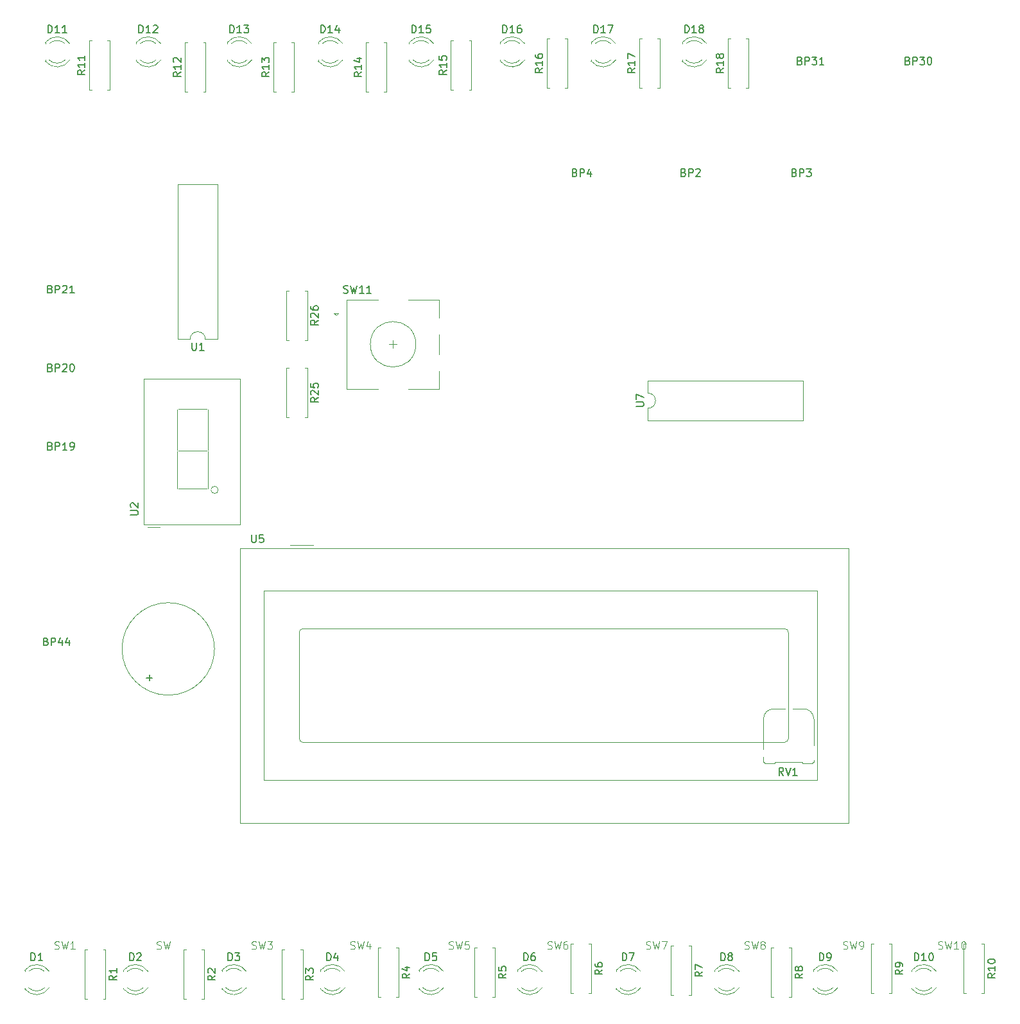
<source format=gbr>
%TF.GenerationSoftware,KiCad,Pcbnew,7.0.6*%
%TF.CreationDate,2023-07-29T11:39:48+05:30*%
%TF.ProjectId,Copy of Trainer Kit Prototype,436f7079-206f-4662-9054-7261696e6572,rev?*%
%TF.SameCoordinates,Original*%
%TF.FileFunction,Legend,Top*%
%TF.FilePolarity,Positive*%
%FSLAX46Y46*%
G04 Gerber Fmt 4.6, Leading zero omitted, Abs format (unit mm)*
G04 Created by KiCad (PCBNEW 7.0.6) date 2023-07-29 11:39:48*
%MOMM*%
%LPD*%
G01*
G04 APERTURE LIST*
%ADD10C,0.150000*%
%ADD11C,0.100000*%
%ADD12C,0.120000*%
G04 APERTURE END LIST*
D10*
X31245095Y-67268819D02*
X31245095Y-68078342D01*
X31245095Y-68078342D02*
X31292714Y-68173580D01*
X31292714Y-68173580D02*
X31340333Y-68221200D01*
X31340333Y-68221200D02*
X31435571Y-68268819D01*
X31435571Y-68268819D02*
X31626047Y-68268819D01*
X31626047Y-68268819D02*
X31721285Y-68221200D01*
X31721285Y-68221200D02*
X31768904Y-68173580D01*
X31768904Y-68173580D02*
X31816523Y-68078342D01*
X31816523Y-68078342D02*
X31816523Y-67268819D01*
X32768904Y-67268819D02*
X32292714Y-67268819D01*
X32292714Y-67268819D02*
X32245095Y-67745009D01*
X32245095Y-67745009D02*
X32292714Y-67697390D01*
X32292714Y-67697390D02*
X32387952Y-67649771D01*
X32387952Y-67649771D02*
X32626047Y-67649771D01*
X32626047Y-67649771D02*
X32721285Y-67697390D01*
X32721285Y-67697390D02*
X32768904Y-67745009D01*
X32768904Y-67745009D02*
X32816523Y-67840247D01*
X32816523Y-67840247D02*
X32816523Y-68078342D01*
X32816523Y-68078342D02*
X32768904Y-68173580D01*
X32768904Y-68173580D02*
X32721285Y-68221200D01*
X32721285Y-68221200D02*
X32626047Y-68268819D01*
X32626047Y-68268819D02*
X32387952Y-68268819D01*
X32387952Y-68268819D02*
X32292714Y-68221200D01*
X32292714Y-68221200D02*
X32245095Y-68173580D01*
X90708819Y-124880666D02*
X90232628Y-125213999D01*
X90708819Y-125452094D02*
X89708819Y-125452094D01*
X89708819Y-125452094D02*
X89708819Y-125071142D01*
X89708819Y-125071142D02*
X89756438Y-124975904D01*
X89756438Y-124975904D02*
X89804057Y-124928285D01*
X89804057Y-124928285D02*
X89899295Y-124880666D01*
X89899295Y-124880666D02*
X90042152Y-124880666D01*
X90042152Y-124880666D02*
X90137390Y-124928285D01*
X90137390Y-124928285D02*
X90185009Y-124975904D01*
X90185009Y-124975904D02*
X90232628Y-125071142D01*
X90232628Y-125071142D02*
X90232628Y-125452094D01*
X89708819Y-124547332D02*
X89708819Y-123880666D01*
X89708819Y-123880666D02*
X90708819Y-124309237D01*
D11*
X44270667Y-121817800D02*
X44413524Y-121865419D01*
X44413524Y-121865419D02*
X44651619Y-121865419D01*
X44651619Y-121865419D02*
X44746857Y-121817800D01*
X44746857Y-121817800D02*
X44794476Y-121770180D01*
X44794476Y-121770180D02*
X44842095Y-121674942D01*
X44842095Y-121674942D02*
X44842095Y-121579704D01*
X44842095Y-121579704D02*
X44794476Y-121484466D01*
X44794476Y-121484466D02*
X44746857Y-121436847D01*
X44746857Y-121436847D02*
X44651619Y-121389228D01*
X44651619Y-121389228D02*
X44461143Y-121341609D01*
X44461143Y-121341609D02*
X44365905Y-121293990D01*
X44365905Y-121293990D02*
X44318286Y-121246371D01*
X44318286Y-121246371D02*
X44270667Y-121151133D01*
X44270667Y-121151133D02*
X44270667Y-121055895D01*
X44270667Y-121055895D02*
X44318286Y-120960657D01*
X44318286Y-120960657D02*
X44365905Y-120913038D01*
X44365905Y-120913038D02*
X44461143Y-120865419D01*
X44461143Y-120865419D02*
X44699238Y-120865419D01*
X44699238Y-120865419D02*
X44842095Y-120913038D01*
X45175429Y-120865419D02*
X45413524Y-121865419D01*
X45413524Y-121865419D02*
X45604000Y-121151133D01*
X45604000Y-121151133D02*
X45794476Y-121865419D01*
X45794476Y-121865419D02*
X46032572Y-120865419D01*
X46842095Y-121198752D02*
X46842095Y-121865419D01*
X46604000Y-120817800D02*
X46365905Y-121532085D01*
X46365905Y-121532085D02*
X46984952Y-121532085D01*
D10*
X117124819Y-124626666D02*
X116648628Y-124959999D01*
X117124819Y-125198094D02*
X116124819Y-125198094D01*
X116124819Y-125198094D02*
X116124819Y-124817142D01*
X116124819Y-124817142D02*
X116172438Y-124721904D01*
X116172438Y-124721904D02*
X116220057Y-124674285D01*
X116220057Y-124674285D02*
X116315295Y-124626666D01*
X116315295Y-124626666D02*
X116458152Y-124626666D01*
X116458152Y-124626666D02*
X116553390Y-124674285D01*
X116553390Y-124674285D02*
X116601009Y-124721904D01*
X116601009Y-124721904D02*
X116648628Y-124817142D01*
X116648628Y-124817142D02*
X116648628Y-125198094D01*
X117124819Y-124150475D02*
X117124819Y-123959999D01*
X117124819Y-123959999D02*
X117077200Y-123864761D01*
X117077200Y-123864761D02*
X117029580Y-123817142D01*
X117029580Y-123817142D02*
X116886723Y-123721904D01*
X116886723Y-123721904D02*
X116696247Y-123674285D01*
X116696247Y-123674285D02*
X116315295Y-123674285D01*
X116315295Y-123674285D02*
X116220057Y-123721904D01*
X116220057Y-123721904D02*
X116172438Y-123769523D01*
X116172438Y-123769523D02*
X116124819Y-123864761D01*
X116124819Y-123864761D02*
X116124819Y-124055237D01*
X116124819Y-124055237D02*
X116172438Y-124150475D01*
X116172438Y-124150475D02*
X116220057Y-124198094D01*
X116220057Y-124198094D02*
X116315295Y-124245713D01*
X116315295Y-124245713D02*
X116553390Y-124245713D01*
X116553390Y-124245713D02*
X116648628Y-124198094D01*
X116648628Y-124198094D02*
X116696247Y-124150475D01*
X116696247Y-124150475D02*
X116743866Y-124055237D01*
X116743866Y-124055237D02*
X116743866Y-123864761D01*
X116743866Y-123864761D02*
X116696247Y-123769523D01*
X116696247Y-123769523D02*
X116648628Y-123721904D01*
X116648628Y-123721904D02*
X116553390Y-123674285D01*
X129316819Y-125102857D02*
X128840628Y-125436190D01*
X129316819Y-125674285D02*
X128316819Y-125674285D01*
X128316819Y-125674285D02*
X128316819Y-125293333D01*
X128316819Y-125293333D02*
X128364438Y-125198095D01*
X128364438Y-125198095D02*
X128412057Y-125150476D01*
X128412057Y-125150476D02*
X128507295Y-125102857D01*
X128507295Y-125102857D02*
X128650152Y-125102857D01*
X128650152Y-125102857D02*
X128745390Y-125150476D01*
X128745390Y-125150476D02*
X128793009Y-125198095D01*
X128793009Y-125198095D02*
X128840628Y-125293333D01*
X128840628Y-125293333D02*
X128840628Y-125674285D01*
X129316819Y-124150476D02*
X129316819Y-124721904D01*
X129316819Y-124436190D02*
X128316819Y-124436190D01*
X128316819Y-124436190D02*
X128459676Y-124531428D01*
X128459676Y-124531428D02*
X128554914Y-124626666D01*
X128554914Y-124626666D02*
X128602533Y-124721904D01*
X128316819Y-123531428D02*
X128316819Y-123436190D01*
X128316819Y-123436190D02*
X128364438Y-123340952D01*
X128364438Y-123340952D02*
X128412057Y-123293333D01*
X128412057Y-123293333D02*
X128507295Y-123245714D01*
X128507295Y-123245714D02*
X128697771Y-123198095D01*
X128697771Y-123198095D02*
X128935866Y-123198095D01*
X128935866Y-123198095D02*
X129126342Y-123245714D01*
X129126342Y-123245714D02*
X129221580Y-123293333D01*
X129221580Y-123293333D02*
X129269200Y-123340952D01*
X129269200Y-123340952D02*
X129316819Y-123436190D01*
X129316819Y-123436190D02*
X129316819Y-123531428D01*
X129316819Y-123531428D02*
X129269200Y-123626666D01*
X129269200Y-123626666D02*
X129221580Y-123674285D01*
X129221580Y-123674285D02*
X129126342Y-123721904D01*
X129126342Y-123721904D02*
X128935866Y-123769523D01*
X128935866Y-123769523D02*
X128697771Y-123769523D01*
X128697771Y-123769523D02*
X128507295Y-123721904D01*
X128507295Y-123721904D02*
X128412057Y-123674285D01*
X128412057Y-123674285D02*
X128364438Y-123626666D01*
X128364438Y-123626666D02*
X128316819Y-123531428D01*
D11*
X57270667Y-121817800D02*
X57413524Y-121865419D01*
X57413524Y-121865419D02*
X57651619Y-121865419D01*
X57651619Y-121865419D02*
X57746857Y-121817800D01*
X57746857Y-121817800D02*
X57794476Y-121770180D01*
X57794476Y-121770180D02*
X57842095Y-121674942D01*
X57842095Y-121674942D02*
X57842095Y-121579704D01*
X57842095Y-121579704D02*
X57794476Y-121484466D01*
X57794476Y-121484466D02*
X57746857Y-121436847D01*
X57746857Y-121436847D02*
X57651619Y-121389228D01*
X57651619Y-121389228D02*
X57461143Y-121341609D01*
X57461143Y-121341609D02*
X57365905Y-121293990D01*
X57365905Y-121293990D02*
X57318286Y-121246371D01*
X57318286Y-121246371D02*
X57270667Y-121151133D01*
X57270667Y-121151133D02*
X57270667Y-121055895D01*
X57270667Y-121055895D02*
X57318286Y-120960657D01*
X57318286Y-120960657D02*
X57365905Y-120913038D01*
X57365905Y-120913038D02*
X57461143Y-120865419D01*
X57461143Y-120865419D02*
X57699238Y-120865419D01*
X57699238Y-120865419D02*
X57842095Y-120913038D01*
X58175429Y-120865419D02*
X58413524Y-121865419D01*
X58413524Y-121865419D02*
X58604000Y-121151133D01*
X58604000Y-121151133D02*
X58794476Y-121865419D01*
X58794476Y-121865419D02*
X59032572Y-120865419D01*
X59889714Y-120865419D02*
X59413524Y-120865419D01*
X59413524Y-120865419D02*
X59365905Y-121341609D01*
X59365905Y-121341609D02*
X59413524Y-121293990D01*
X59413524Y-121293990D02*
X59508762Y-121246371D01*
X59508762Y-121246371D02*
X59746857Y-121246371D01*
X59746857Y-121246371D02*
X59842095Y-121293990D01*
X59842095Y-121293990D02*
X59889714Y-121341609D01*
X59889714Y-121341609D02*
X59937333Y-121436847D01*
X59937333Y-121436847D02*
X59937333Y-121674942D01*
X59937333Y-121674942D02*
X59889714Y-121770180D01*
X59889714Y-121770180D02*
X59842095Y-121817800D01*
X59842095Y-121817800D02*
X59746857Y-121865419D01*
X59746857Y-121865419D02*
X59508762Y-121865419D01*
X59508762Y-121865419D02*
X59413524Y-121817800D01*
X59413524Y-121817800D02*
X59365905Y-121770180D01*
D10*
X4128047Y-81315009D02*
X4270904Y-81362628D01*
X4270904Y-81362628D02*
X4318523Y-81410247D01*
X4318523Y-81410247D02*
X4366142Y-81505485D01*
X4366142Y-81505485D02*
X4366142Y-81648342D01*
X4366142Y-81648342D02*
X4318523Y-81743580D01*
X4318523Y-81743580D02*
X4270904Y-81791200D01*
X4270904Y-81791200D02*
X4175666Y-81838819D01*
X4175666Y-81838819D02*
X3794714Y-81838819D01*
X3794714Y-81838819D02*
X3794714Y-80838819D01*
X3794714Y-80838819D02*
X4128047Y-80838819D01*
X4128047Y-80838819D02*
X4223285Y-80886438D01*
X4223285Y-80886438D02*
X4270904Y-80934057D01*
X4270904Y-80934057D02*
X4318523Y-81029295D01*
X4318523Y-81029295D02*
X4318523Y-81124533D01*
X4318523Y-81124533D02*
X4270904Y-81219771D01*
X4270904Y-81219771D02*
X4223285Y-81267390D01*
X4223285Y-81267390D02*
X4128047Y-81315009D01*
X4128047Y-81315009D02*
X3794714Y-81315009D01*
X4794714Y-81838819D02*
X4794714Y-80838819D01*
X4794714Y-80838819D02*
X5175666Y-80838819D01*
X5175666Y-80838819D02*
X5270904Y-80886438D01*
X5270904Y-80886438D02*
X5318523Y-80934057D01*
X5318523Y-80934057D02*
X5366142Y-81029295D01*
X5366142Y-81029295D02*
X5366142Y-81172152D01*
X5366142Y-81172152D02*
X5318523Y-81267390D01*
X5318523Y-81267390D02*
X5270904Y-81315009D01*
X5270904Y-81315009D02*
X5175666Y-81362628D01*
X5175666Y-81362628D02*
X4794714Y-81362628D01*
X6223285Y-81172152D02*
X6223285Y-81838819D01*
X5985190Y-80791200D02*
X5747095Y-81505485D01*
X5747095Y-81505485D02*
X6366142Y-81505485D01*
X7175666Y-81172152D02*
X7175666Y-81838819D01*
X6937571Y-80791200D02*
X6699476Y-81505485D01*
X6699476Y-81505485D02*
X7318523Y-81505485D01*
X101372761Y-98966819D02*
X101039428Y-98490628D01*
X100801333Y-98966819D02*
X100801333Y-97966819D01*
X100801333Y-97966819D02*
X101182285Y-97966819D01*
X101182285Y-97966819D02*
X101277523Y-98014438D01*
X101277523Y-98014438D02*
X101325142Y-98062057D01*
X101325142Y-98062057D02*
X101372761Y-98157295D01*
X101372761Y-98157295D02*
X101372761Y-98300152D01*
X101372761Y-98300152D02*
X101325142Y-98395390D01*
X101325142Y-98395390D02*
X101277523Y-98443009D01*
X101277523Y-98443009D02*
X101182285Y-98490628D01*
X101182285Y-98490628D02*
X100801333Y-98490628D01*
X101658476Y-97966819D02*
X101991809Y-98966819D01*
X101991809Y-98966819D02*
X102325142Y-97966819D01*
X103182285Y-98966819D02*
X102610857Y-98966819D01*
X102896571Y-98966819D02*
X102896571Y-97966819D01*
X102896571Y-97966819D02*
X102801333Y-98109676D01*
X102801333Y-98109676D02*
X102706095Y-98204914D01*
X102706095Y-98204914D02*
X102610857Y-98252533D01*
X39388819Y-125384666D02*
X38912628Y-125717999D01*
X39388819Y-125956094D02*
X38388819Y-125956094D01*
X38388819Y-125956094D02*
X38388819Y-125575142D01*
X38388819Y-125575142D02*
X38436438Y-125479904D01*
X38436438Y-125479904D02*
X38484057Y-125432285D01*
X38484057Y-125432285D02*
X38579295Y-125384666D01*
X38579295Y-125384666D02*
X38722152Y-125384666D01*
X38722152Y-125384666D02*
X38817390Y-125432285D01*
X38817390Y-125432285D02*
X38865009Y-125479904D01*
X38865009Y-125479904D02*
X38912628Y-125575142D01*
X38912628Y-125575142D02*
X38912628Y-125956094D01*
X38388819Y-125051332D02*
X38388819Y-124432285D01*
X38388819Y-124432285D02*
X38769771Y-124765618D01*
X38769771Y-124765618D02*
X38769771Y-124622761D01*
X38769771Y-124622761D02*
X38817390Y-124527523D01*
X38817390Y-124527523D02*
X38865009Y-124479904D01*
X38865009Y-124479904D02*
X38960247Y-124432285D01*
X38960247Y-124432285D02*
X39198342Y-124432285D01*
X39198342Y-124432285D02*
X39293580Y-124479904D01*
X39293580Y-124479904D02*
X39341200Y-124527523D01*
X39341200Y-124527523D02*
X39388819Y-124622761D01*
X39388819Y-124622761D02*
X39388819Y-124908475D01*
X39388819Y-124908475D02*
X39341200Y-125003713D01*
X39341200Y-125003713D02*
X39293580Y-125051332D01*
X43386476Y-35331200D02*
X43529333Y-35378819D01*
X43529333Y-35378819D02*
X43767428Y-35378819D01*
X43767428Y-35378819D02*
X43862666Y-35331200D01*
X43862666Y-35331200D02*
X43910285Y-35283580D01*
X43910285Y-35283580D02*
X43957904Y-35188342D01*
X43957904Y-35188342D02*
X43957904Y-35093104D01*
X43957904Y-35093104D02*
X43910285Y-34997866D01*
X43910285Y-34997866D02*
X43862666Y-34950247D01*
X43862666Y-34950247D02*
X43767428Y-34902628D01*
X43767428Y-34902628D02*
X43576952Y-34855009D01*
X43576952Y-34855009D02*
X43481714Y-34807390D01*
X43481714Y-34807390D02*
X43434095Y-34759771D01*
X43434095Y-34759771D02*
X43386476Y-34664533D01*
X43386476Y-34664533D02*
X43386476Y-34569295D01*
X43386476Y-34569295D02*
X43434095Y-34474057D01*
X43434095Y-34474057D02*
X43481714Y-34426438D01*
X43481714Y-34426438D02*
X43576952Y-34378819D01*
X43576952Y-34378819D02*
X43815047Y-34378819D01*
X43815047Y-34378819D02*
X43957904Y-34426438D01*
X44291238Y-34378819D02*
X44529333Y-35378819D01*
X44529333Y-35378819D02*
X44719809Y-34664533D01*
X44719809Y-34664533D02*
X44910285Y-35378819D01*
X44910285Y-35378819D02*
X45148381Y-34378819D01*
X46053142Y-35378819D02*
X45481714Y-35378819D01*
X45767428Y-35378819D02*
X45767428Y-34378819D01*
X45767428Y-34378819D02*
X45672190Y-34521676D01*
X45672190Y-34521676D02*
X45576952Y-34616914D01*
X45576952Y-34616914D02*
X45481714Y-34664533D01*
X47005523Y-35378819D02*
X46434095Y-35378819D01*
X46719809Y-35378819D02*
X46719809Y-34378819D01*
X46719809Y-34378819D02*
X46624571Y-34521676D01*
X46624571Y-34521676D02*
X46529333Y-34616914D01*
X46529333Y-34616914D02*
X46434095Y-34664533D01*
D11*
X121794476Y-121817800D02*
X121937333Y-121865419D01*
X121937333Y-121865419D02*
X122175428Y-121865419D01*
X122175428Y-121865419D02*
X122270666Y-121817800D01*
X122270666Y-121817800D02*
X122318285Y-121770180D01*
X122318285Y-121770180D02*
X122365904Y-121674942D01*
X122365904Y-121674942D02*
X122365904Y-121579704D01*
X122365904Y-121579704D02*
X122318285Y-121484466D01*
X122318285Y-121484466D02*
X122270666Y-121436847D01*
X122270666Y-121436847D02*
X122175428Y-121389228D01*
X122175428Y-121389228D02*
X121984952Y-121341609D01*
X121984952Y-121341609D02*
X121889714Y-121293990D01*
X121889714Y-121293990D02*
X121842095Y-121246371D01*
X121842095Y-121246371D02*
X121794476Y-121151133D01*
X121794476Y-121151133D02*
X121794476Y-121055895D01*
X121794476Y-121055895D02*
X121842095Y-120960657D01*
X121842095Y-120960657D02*
X121889714Y-120913038D01*
X121889714Y-120913038D02*
X121984952Y-120865419D01*
X121984952Y-120865419D02*
X122223047Y-120865419D01*
X122223047Y-120865419D02*
X122365904Y-120913038D01*
X122699238Y-120865419D02*
X122937333Y-121865419D01*
X122937333Y-121865419D02*
X123127809Y-121151133D01*
X123127809Y-121151133D02*
X123318285Y-121865419D01*
X123318285Y-121865419D02*
X123556381Y-120865419D01*
X124461142Y-121865419D02*
X123889714Y-121865419D01*
X124175428Y-121865419D02*
X124175428Y-120865419D01*
X124175428Y-120865419D02*
X124080190Y-121008276D01*
X124080190Y-121008276D02*
X123984952Y-121103514D01*
X123984952Y-121103514D02*
X123889714Y-121151133D01*
X125080190Y-120865419D02*
X125175428Y-120865419D01*
X125175428Y-120865419D02*
X125270666Y-120913038D01*
X125270666Y-120913038D02*
X125318285Y-120960657D01*
X125318285Y-120960657D02*
X125365904Y-121055895D01*
X125365904Y-121055895D02*
X125413523Y-121246371D01*
X125413523Y-121246371D02*
X125413523Y-121484466D01*
X125413523Y-121484466D02*
X125365904Y-121674942D01*
X125365904Y-121674942D02*
X125318285Y-121770180D01*
X125318285Y-121770180D02*
X125270666Y-121817800D01*
X125270666Y-121817800D02*
X125175428Y-121865419D01*
X125175428Y-121865419D02*
X125080190Y-121865419D01*
X125080190Y-121865419D02*
X124984952Y-121817800D01*
X124984952Y-121817800D02*
X124937333Y-121770180D01*
X124937333Y-121770180D02*
X124889714Y-121674942D01*
X124889714Y-121674942D02*
X124842095Y-121484466D01*
X124842095Y-121484466D02*
X124842095Y-121246371D01*
X124842095Y-121246371D02*
X124889714Y-121055895D01*
X124889714Y-121055895D02*
X124937333Y-120960657D01*
X124937333Y-120960657D02*
X124984952Y-120913038D01*
X124984952Y-120913038D02*
X125080190Y-120865419D01*
D10*
X93135905Y-123402819D02*
X93135905Y-122402819D01*
X93135905Y-122402819D02*
X93374000Y-122402819D01*
X93374000Y-122402819D02*
X93516857Y-122450438D01*
X93516857Y-122450438D02*
X93612095Y-122545676D01*
X93612095Y-122545676D02*
X93659714Y-122640914D01*
X93659714Y-122640914D02*
X93707333Y-122831390D01*
X93707333Y-122831390D02*
X93707333Y-122974247D01*
X93707333Y-122974247D02*
X93659714Y-123164723D01*
X93659714Y-123164723D02*
X93612095Y-123259961D01*
X93612095Y-123259961D02*
X93516857Y-123355200D01*
X93516857Y-123355200D02*
X93374000Y-123402819D01*
X93374000Y-123402819D02*
X93135905Y-123402819D01*
X94278762Y-122831390D02*
X94183524Y-122783771D01*
X94183524Y-122783771D02*
X94135905Y-122736152D01*
X94135905Y-122736152D02*
X94088286Y-122640914D01*
X94088286Y-122640914D02*
X94088286Y-122593295D01*
X94088286Y-122593295D02*
X94135905Y-122498057D01*
X94135905Y-122498057D02*
X94183524Y-122450438D01*
X94183524Y-122450438D02*
X94278762Y-122402819D01*
X94278762Y-122402819D02*
X94469238Y-122402819D01*
X94469238Y-122402819D02*
X94564476Y-122450438D01*
X94564476Y-122450438D02*
X94612095Y-122498057D01*
X94612095Y-122498057D02*
X94659714Y-122593295D01*
X94659714Y-122593295D02*
X94659714Y-122640914D01*
X94659714Y-122640914D02*
X94612095Y-122736152D01*
X94612095Y-122736152D02*
X94564476Y-122783771D01*
X94564476Y-122783771D02*
X94469238Y-122831390D01*
X94469238Y-122831390D02*
X94278762Y-122831390D01*
X94278762Y-122831390D02*
X94183524Y-122879009D01*
X94183524Y-122879009D02*
X94135905Y-122926628D01*
X94135905Y-122926628D02*
X94088286Y-123021866D01*
X94088286Y-123021866D02*
X94088286Y-123212342D01*
X94088286Y-123212342D02*
X94135905Y-123307580D01*
X94135905Y-123307580D02*
X94183524Y-123355200D01*
X94183524Y-123355200D02*
X94278762Y-123402819D01*
X94278762Y-123402819D02*
X94469238Y-123402819D01*
X94469238Y-123402819D02*
X94564476Y-123355200D01*
X94564476Y-123355200D02*
X94612095Y-123307580D01*
X94612095Y-123307580D02*
X94659714Y-123212342D01*
X94659714Y-123212342D02*
X94659714Y-123021866D01*
X94659714Y-123021866D02*
X94612095Y-122926628D01*
X94612095Y-122926628D02*
X94564476Y-122879009D01*
X94564476Y-122879009D02*
X94469238Y-122831390D01*
X9260819Y-5976857D02*
X8784628Y-6310190D01*
X9260819Y-6548285D02*
X8260819Y-6548285D01*
X8260819Y-6548285D02*
X8260819Y-6167333D01*
X8260819Y-6167333D02*
X8308438Y-6072095D01*
X8308438Y-6072095D02*
X8356057Y-6024476D01*
X8356057Y-6024476D02*
X8451295Y-5976857D01*
X8451295Y-5976857D02*
X8594152Y-5976857D01*
X8594152Y-5976857D02*
X8689390Y-6024476D01*
X8689390Y-6024476D02*
X8737009Y-6072095D01*
X8737009Y-6072095D02*
X8784628Y-6167333D01*
X8784628Y-6167333D02*
X8784628Y-6548285D01*
X9260819Y-5024476D02*
X9260819Y-5595904D01*
X9260819Y-5310190D02*
X8260819Y-5310190D01*
X8260819Y-5310190D02*
X8403676Y-5405428D01*
X8403676Y-5405428D02*
X8498914Y-5500666D01*
X8498914Y-5500666D02*
X8546533Y-5595904D01*
X9260819Y-4072095D02*
X9260819Y-4643523D01*
X9260819Y-4357809D02*
X8260819Y-4357809D01*
X8260819Y-4357809D02*
X8403676Y-4453047D01*
X8403676Y-4453047D02*
X8498914Y-4548285D01*
X8498914Y-4548285D02*
X8546533Y-4643523D01*
X64368714Y-1050819D02*
X64368714Y-50819D01*
X64368714Y-50819D02*
X64606809Y-50819D01*
X64606809Y-50819D02*
X64749666Y-98438D01*
X64749666Y-98438D02*
X64844904Y-193676D01*
X64844904Y-193676D02*
X64892523Y-288914D01*
X64892523Y-288914D02*
X64940142Y-479390D01*
X64940142Y-479390D02*
X64940142Y-622247D01*
X64940142Y-622247D02*
X64892523Y-812723D01*
X64892523Y-812723D02*
X64844904Y-907961D01*
X64844904Y-907961D02*
X64749666Y-1003200D01*
X64749666Y-1003200D02*
X64606809Y-1050819D01*
X64606809Y-1050819D02*
X64368714Y-1050819D01*
X65892523Y-1050819D02*
X65321095Y-1050819D01*
X65606809Y-1050819D02*
X65606809Y-50819D01*
X65606809Y-50819D02*
X65511571Y-193676D01*
X65511571Y-193676D02*
X65416333Y-288914D01*
X65416333Y-288914D02*
X65321095Y-336533D01*
X66749666Y-50819D02*
X66559190Y-50819D01*
X66559190Y-50819D02*
X66463952Y-98438D01*
X66463952Y-98438D02*
X66416333Y-146057D01*
X66416333Y-146057D02*
X66321095Y-288914D01*
X66321095Y-288914D02*
X66273476Y-479390D01*
X66273476Y-479390D02*
X66273476Y-860342D01*
X66273476Y-860342D02*
X66321095Y-955580D01*
X66321095Y-955580D02*
X66368714Y-1003200D01*
X66368714Y-1003200D02*
X66463952Y-1050819D01*
X66463952Y-1050819D02*
X66654428Y-1050819D01*
X66654428Y-1050819D02*
X66749666Y-1003200D01*
X66749666Y-1003200D02*
X66797285Y-955580D01*
X66797285Y-955580D02*
X66844904Y-860342D01*
X66844904Y-860342D02*
X66844904Y-622247D01*
X66844904Y-622247D02*
X66797285Y-527009D01*
X66797285Y-527009D02*
X66749666Y-479390D01*
X66749666Y-479390D02*
X66654428Y-431771D01*
X66654428Y-431771D02*
X66463952Y-431771D01*
X66463952Y-431771D02*
X66368714Y-479390D01*
X66368714Y-479390D02*
X66321095Y-527009D01*
X66321095Y-527009D02*
X66273476Y-622247D01*
X118659714Y-123402819D02*
X118659714Y-122402819D01*
X118659714Y-122402819D02*
X118897809Y-122402819D01*
X118897809Y-122402819D02*
X119040666Y-122450438D01*
X119040666Y-122450438D02*
X119135904Y-122545676D01*
X119135904Y-122545676D02*
X119183523Y-122640914D01*
X119183523Y-122640914D02*
X119231142Y-122831390D01*
X119231142Y-122831390D02*
X119231142Y-122974247D01*
X119231142Y-122974247D02*
X119183523Y-123164723D01*
X119183523Y-123164723D02*
X119135904Y-123259961D01*
X119135904Y-123259961D02*
X119040666Y-123355200D01*
X119040666Y-123355200D02*
X118897809Y-123402819D01*
X118897809Y-123402819D02*
X118659714Y-123402819D01*
X120183523Y-123402819D02*
X119612095Y-123402819D01*
X119897809Y-123402819D02*
X119897809Y-122402819D01*
X119897809Y-122402819D02*
X119802571Y-122545676D01*
X119802571Y-122545676D02*
X119707333Y-122640914D01*
X119707333Y-122640914D02*
X119612095Y-122688533D01*
X120802571Y-122402819D02*
X120897809Y-122402819D01*
X120897809Y-122402819D02*
X120993047Y-122450438D01*
X120993047Y-122450438D02*
X121040666Y-122498057D01*
X121040666Y-122498057D02*
X121088285Y-122593295D01*
X121088285Y-122593295D02*
X121135904Y-122783771D01*
X121135904Y-122783771D02*
X121135904Y-123021866D01*
X121135904Y-123021866D02*
X121088285Y-123212342D01*
X121088285Y-123212342D02*
X121040666Y-123307580D01*
X121040666Y-123307580D02*
X120993047Y-123355200D01*
X120993047Y-123355200D02*
X120897809Y-123402819D01*
X120897809Y-123402819D02*
X120802571Y-123402819D01*
X120802571Y-123402819D02*
X120707333Y-123355200D01*
X120707333Y-123355200D02*
X120659714Y-123307580D01*
X120659714Y-123307580D02*
X120612095Y-123212342D01*
X120612095Y-123212342D02*
X120564476Y-123021866D01*
X120564476Y-123021866D02*
X120564476Y-122783771D01*
X120564476Y-122783771D02*
X120612095Y-122593295D01*
X120612095Y-122593295D02*
X120659714Y-122498057D01*
X120659714Y-122498057D02*
X120707333Y-122450438D01*
X120707333Y-122450438D02*
X120802571Y-122402819D01*
X15262819Y-64617404D02*
X16072342Y-64617404D01*
X16072342Y-64617404D02*
X16167580Y-64569785D01*
X16167580Y-64569785D02*
X16215200Y-64522166D01*
X16215200Y-64522166D02*
X16262819Y-64426928D01*
X16262819Y-64426928D02*
X16262819Y-64236452D01*
X16262819Y-64236452D02*
X16215200Y-64141214D01*
X16215200Y-64141214D02*
X16167580Y-64093595D01*
X16167580Y-64093595D02*
X16072342Y-64045976D01*
X16072342Y-64045976D02*
X15262819Y-64045976D01*
X15358057Y-63617404D02*
X15310438Y-63569785D01*
X15310438Y-63569785D02*
X15262819Y-63474547D01*
X15262819Y-63474547D02*
X15262819Y-63236452D01*
X15262819Y-63236452D02*
X15310438Y-63141214D01*
X15310438Y-63141214D02*
X15358057Y-63093595D01*
X15358057Y-63093595D02*
X15453295Y-63045976D01*
X15453295Y-63045976D02*
X15548533Y-63045976D01*
X15548533Y-63045976D02*
X15691390Y-63093595D01*
X15691390Y-63093595D02*
X16262819Y-63665023D01*
X16262819Y-63665023D02*
X16262819Y-63045976D01*
X15155905Y-123402819D02*
X15155905Y-122402819D01*
X15155905Y-122402819D02*
X15394000Y-122402819D01*
X15394000Y-122402819D02*
X15536857Y-122450438D01*
X15536857Y-122450438D02*
X15632095Y-122545676D01*
X15632095Y-122545676D02*
X15679714Y-122640914D01*
X15679714Y-122640914D02*
X15727333Y-122831390D01*
X15727333Y-122831390D02*
X15727333Y-122974247D01*
X15727333Y-122974247D02*
X15679714Y-123164723D01*
X15679714Y-123164723D02*
X15632095Y-123259961D01*
X15632095Y-123259961D02*
X15536857Y-123355200D01*
X15536857Y-123355200D02*
X15394000Y-123402819D01*
X15394000Y-123402819D02*
X15155905Y-123402819D01*
X16108286Y-122498057D02*
X16155905Y-122450438D01*
X16155905Y-122450438D02*
X16251143Y-122402819D01*
X16251143Y-122402819D02*
X16489238Y-122402819D01*
X16489238Y-122402819D02*
X16584476Y-122450438D01*
X16584476Y-122450438D02*
X16632095Y-122498057D01*
X16632095Y-122498057D02*
X16679714Y-122593295D01*
X16679714Y-122593295D02*
X16679714Y-122688533D01*
X16679714Y-122688533D02*
X16632095Y-122831390D01*
X16632095Y-122831390D02*
X16060667Y-123402819D01*
X16060667Y-123402819D02*
X16679714Y-123402819D01*
X102839238Y-19478010D02*
X102982095Y-19525629D01*
X102982095Y-19525629D02*
X103029714Y-19573248D01*
X103029714Y-19573248D02*
X103077333Y-19668486D01*
X103077333Y-19668486D02*
X103077333Y-19811343D01*
X103077333Y-19811343D02*
X103029714Y-19906581D01*
X103029714Y-19906581D02*
X102982095Y-19954201D01*
X102982095Y-19954201D02*
X102886857Y-20001820D01*
X102886857Y-20001820D02*
X102505905Y-20001820D01*
X102505905Y-20001820D02*
X102505905Y-19001820D01*
X102505905Y-19001820D02*
X102839238Y-19001820D01*
X102839238Y-19001820D02*
X102934476Y-19049439D01*
X102934476Y-19049439D02*
X102982095Y-19097058D01*
X102982095Y-19097058D02*
X103029714Y-19192296D01*
X103029714Y-19192296D02*
X103029714Y-19287534D01*
X103029714Y-19287534D02*
X102982095Y-19382772D01*
X102982095Y-19382772D02*
X102934476Y-19430391D01*
X102934476Y-19430391D02*
X102839238Y-19478010D01*
X102839238Y-19478010D02*
X102505905Y-19478010D01*
X103505905Y-20001820D02*
X103505905Y-19001820D01*
X103505905Y-19001820D02*
X103886857Y-19001820D01*
X103886857Y-19001820D02*
X103982095Y-19049439D01*
X103982095Y-19049439D02*
X104029714Y-19097058D01*
X104029714Y-19097058D02*
X104077333Y-19192296D01*
X104077333Y-19192296D02*
X104077333Y-19335153D01*
X104077333Y-19335153D02*
X104029714Y-19430391D01*
X104029714Y-19430391D02*
X103982095Y-19478010D01*
X103982095Y-19478010D02*
X103886857Y-19525629D01*
X103886857Y-19525629D02*
X103505905Y-19525629D01*
X104410667Y-19001820D02*
X105029714Y-19001820D01*
X105029714Y-19001820D02*
X104696381Y-19382772D01*
X104696381Y-19382772D02*
X104839238Y-19382772D01*
X104839238Y-19382772D02*
X104934476Y-19430391D01*
X104934476Y-19430391D02*
X104982095Y-19478010D01*
X104982095Y-19478010D02*
X105029714Y-19573248D01*
X105029714Y-19573248D02*
X105029714Y-19811343D01*
X105029714Y-19811343D02*
X104982095Y-19906581D01*
X104982095Y-19906581D02*
X104934476Y-19954201D01*
X104934476Y-19954201D02*
X104839238Y-20001820D01*
X104839238Y-20001820D02*
X104553524Y-20001820D01*
X104553524Y-20001820D02*
X104458286Y-19954201D01*
X104458286Y-19954201D02*
X104410667Y-19906581D01*
D11*
X96270667Y-121817800D02*
X96413524Y-121865419D01*
X96413524Y-121865419D02*
X96651619Y-121865419D01*
X96651619Y-121865419D02*
X96746857Y-121817800D01*
X96746857Y-121817800D02*
X96794476Y-121770180D01*
X96794476Y-121770180D02*
X96842095Y-121674942D01*
X96842095Y-121674942D02*
X96842095Y-121579704D01*
X96842095Y-121579704D02*
X96794476Y-121484466D01*
X96794476Y-121484466D02*
X96746857Y-121436847D01*
X96746857Y-121436847D02*
X96651619Y-121389228D01*
X96651619Y-121389228D02*
X96461143Y-121341609D01*
X96461143Y-121341609D02*
X96365905Y-121293990D01*
X96365905Y-121293990D02*
X96318286Y-121246371D01*
X96318286Y-121246371D02*
X96270667Y-121151133D01*
X96270667Y-121151133D02*
X96270667Y-121055895D01*
X96270667Y-121055895D02*
X96318286Y-120960657D01*
X96318286Y-120960657D02*
X96365905Y-120913038D01*
X96365905Y-120913038D02*
X96461143Y-120865419D01*
X96461143Y-120865419D02*
X96699238Y-120865419D01*
X96699238Y-120865419D02*
X96842095Y-120913038D01*
X97175429Y-120865419D02*
X97413524Y-121865419D01*
X97413524Y-121865419D02*
X97604000Y-121151133D01*
X97604000Y-121151133D02*
X97794476Y-121865419D01*
X97794476Y-121865419D02*
X98032572Y-120865419D01*
X98556381Y-121293990D02*
X98461143Y-121246371D01*
X98461143Y-121246371D02*
X98413524Y-121198752D01*
X98413524Y-121198752D02*
X98365905Y-121103514D01*
X98365905Y-121103514D02*
X98365905Y-121055895D01*
X98365905Y-121055895D02*
X98413524Y-120960657D01*
X98413524Y-120960657D02*
X98461143Y-120913038D01*
X98461143Y-120913038D02*
X98556381Y-120865419D01*
X98556381Y-120865419D02*
X98746857Y-120865419D01*
X98746857Y-120865419D02*
X98842095Y-120913038D01*
X98842095Y-120913038D02*
X98889714Y-120960657D01*
X98889714Y-120960657D02*
X98937333Y-121055895D01*
X98937333Y-121055895D02*
X98937333Y-121103514D01*
X98937333Y-121103514D02*
X98889714Y-121198752D01*
X98889714Y-121198752D02*
X98842095Y-121246371D01*
X98842095Y-121246371D02*
X98746857Y-121293990D01*
X98746857Y-121293990D02*
X98556381Y-121293990D01*
X98556381Y-121293990D02*
X98461143Y-121341609D01*
X98461143Y-121341609D02*
X98413524Y-121389228D01*
X98413524Y-121389228D02*
X98365905Y-121484466D01*
X98365905Y-121484466D02*
X98365905Y-121674942D01*
X98365905Y-121674942D02*
X98413524Y-121770180D01*
X98413524Y-121770180D02*
X98461143Y-121817800D01*
X98461143Y-121817800D02*
X98556381Y-121865419D01*
X98556381Y-121865419D02*
X98746857Y-121865419D01*
X98746857Y-121865419D02*
X98842095Y-121817800D01*
X98842095Y-121817800D02*
X98889714Y-121770180D01*
X98889714Y-121770180D02*
X98937333Y-121674942D01*
X98937333Y-121674942D02*
X98937333Y-121484466D01*
X98937333Y-121484466D02*
X98889714Y-121389228D01*
X98889714Y-121389228D02*
X98842095Y-121341609D01*
X98842095Y-121341609D02*
X98746857Y-121293990D01*
D10*
X28135905Y-123402819D02*
X28135905Y-122402819D01*
X28135905Y-122402819D02*
X28374000Y-122402819D01*
X28374000Y-122402819D02*
X28516857Y-122450438D01*
X28516857Y-122450438D02*
X28612095Y-122545676D01*
X28612095Y-122545676D02*
X28659714Y-122640914D01*
X28659714Y-122640914D02*
X28707333Y-122831390D01*
X28707333Y-122831390D02*
X28707333Y-122974247D01*
X28707333Y-122974247D02*
X28659714Y-123164723D01*
X28659714Y-123164723D02*
X28612095Y-123259961D01*
X28612095Y-123259961D02*
X28516857Y-123355200D01*
X28516857Y-123355200D02*
X28374000Y-123402819D01*
X28374000Y-123402819D02*
X28135905Y-123402819D01*
X29040667Y-122402819D02*
X29659714Y-122402819D01*
X29659714Y-122402819D02*
X29326381Y-122783771D01*
X29326381Y-122783771D02*
X29469238Y-122783771D01*
X29469238Y-122783771D02*
X29564476Y-122831390D01*
X29564476Y-122831390D02*
X29612095Y-122879009D01*
X29612095Y-122879009D02*
X29659714Y-122974247D01*
X29659714Y-122974247D02*
X29659714Y-123212342D01*
X29659714Y-123212342D02*
X29612095Y-123307580D01*
X29612095Y-123307580D02*
X29564476Y-123355200D01*
X29564476Y-123355200D02*
X29469238Y-123402819D01*
X29469238Y-123402819D02*
X29183524Y-123402819D01*
X29183524Y-123402819D02*
X29088286Y-123355200D01*
X29088286Y-123355200D02*
X29040667Y-123307580D01*
X77500819Y-124626666D02*
X77024628Y-124959999D01*
X77500819Y-125198094D02*
X76500819Y-125198094D01*
X76500819Y-125198094D02*
X76500819Y-124817142D01*
X76500819Y-124817142D02*
X76548438Y-124721904D01*
X76548438Y-124721904D02*
X76596057Y-124674285D01*
X76596057Y-124674285D02*
X76691295Y-124626666D01*
X76691295Y-124626666D02*
X76834152Y-124626666D01*
X76834152Y-124626666D02*
X76929390Y-124674285D01*
X76929390Y-124674285D02*
X76977009Y-124721904D01*
X76977009Y-124721904D02*
X77024628Y-124817142D01*
X77024628Y-124817142D02*
X77024628Y-125198094D01*
X76500819Y-123769523D02*
X76500819Y-123959999D01*
X76500819Y-123959999D02*
X76548438Y-124055237D01*
X76548438Y-124055237D02*
X76596057Y-124102856D01*
X76596057Y-124102856D02*
X76738914Y-124198094D01*
X76738914Y-124198094D02*
X76929390Y-124245713D01*
X76929390Y-124245713D02*
X77310342Y-124245713D01*
X77310342Y-124245713D02*
X77405580Y-124198094D01*
X77405580Y-124198094D02*
X77453200Y-124150475D01*
X77453200Y-124150475D02*
X77500819Y-124055237D01*
X77500819Y-124055237D02*
X77500819Y-123864761D01*
X77500819Y-123864761D02*
X77453200Y-123769523D01*
X77453200Y-123769523D02*
X77405580Y-123721904D01*
X77405580Y-123721904D02*
X77310342Y-123674285D01*
X77310342Y-123674285D02*
X77072247Y-123674285D01*
X77072247Y-123674285D02*
X76977009Y-123721904D01*
X76977009Y-123721904D02*
X76929390Y-123769523D01*
X76929390Y-123769523D02*
X76881771Y-123864761D01*
X76881771Y-123864761D02*
X76881771Y-124055237D01*
X76881771Y-124055237D02*
X76929390Y-124150475D01*
X76929390Y-124150475D02*
X76977009Y-124198094D01*
X76977009Y-124198094D02*
X77072247Y-124245713D01*
D11*
X70270667Y-121817800D02*
X70413524Y-121865419D01*
X70413524Y-121865419D02*
X70651619Y-121865419D01*
X70651619Y-121865419D02*
X70746857Y-121817800D01*
X70746857Y-121817800D02*
X70794476Y-121770180D01*
X70794476Y-121770180D02*
X70842095Y-121674942D01*
X70842095Y-121674942D02*
X70842095Y-121579704D01*
X70842095Y-121579704D02*
X70794476Y-121484466D01*
X70794476Y-121484466D02*
X70746857Y-121436847D01*
X70746857Y-121436847D02*
X70651619Y-121389228D01*
X70651619Y-121389228D02*
X70461143Y-121341609D01*
X70461143Y-121341609D02*
X70365905Y-121293990D01*
X70365905Y-121293990D02*
X70318286Y-121246371D01*
X70318286Y-121246371D02*
X70270667Y-121151133D01*
X70270667Y-121151133D02*
X70270667Y-121055895D01*
X70270667Y-121055895D02*
X70318286Y-120960657D01*
X70318286Y-120960657D02*
X70365905Y-120913038D01*
X70365905Y-120913038D02*
X70461143Y-120865419D01*
X70461143Y-120865419D02*
X70699238Y-120865419D01*
X70699238Y-120865419D02*
X70842095Y-120913038D01*
X71175429Y-120865419D02*
X71413524Y-121865419D01*
X71413524Y-121865419D02*
X71604000Y-121151133D01*
X71604000Y-121151133D02*
X71794476Y-121865419D01*
X71794476Y-121865419D02*
X72032572Y-120865419D01*
X72842095Y-120865419D02*
X72651619Y-120865419D01*
X72651619Y-120865419D02*
X72556381Y-120913038D01*
X72556381Y-120913038D02*
X72508762Y-120960657D01*
X72508762Y-120960657D02*
X72413524Y-121103514D01*
X72413524Y-121103514D02*
X72365905Y-121293990D01*
X72365905Y-121293990D02*
X72365905Y-121674942D01*
X72365905Y-121674942D02*
X72413524Y-121770180D01*
X72413524Y-121770180D02*
X72461143Y-121817800D01*
X72461143Y-121817800D02*
X72556381Y-121865419D01*
X72556381Y-121865419D02*
X72746857Y-121865419D01*
X72746857Y-121865419D02*
X72842095Y-121817800D01*
X72842095Y-121817800D02*
X72889714Y-121770180D01*
X72889714Y-121770180D02*
X72937333Y-121674942D01*
X72937333Y-121674942D02*
X72937333Y-121436847D01*
X72937333Y-121436847D02*
X72889714Y-121341609D01*
X72889714Y-121341609D02*
X72842095Y-121293990D01*
X72842095Y-121293990D02*
X72746857Y-121246371D01*
X72746857Y-121246371D02*
X72556381Y-121246371D01*
X72556381Y-121246371D02*
X72461143Y-121293990D01*
X72461143Y-121293990D02*
X72413524Y-121341609D01*
X72413524Y-121341609D02*
X72365905Y-121436847D01*
D10*
X23368095Y-41916819D02*
X23368095Y-42726342D01*
X23368095Y-42726342D02*
X23415714Y-42821580D01*
X23415714Y-42821580D02*
X23463333Y-42869200D01*
X23463333Y-42869200D02*
X23558571Y-42916819D01*
X23558571Y-42916819D02*
X23749047Y-42916819D01*
X23749047Y-42916819D02*
X23844285Y-42869200D01*
X23844285Y-42869200D02*
X23891904Y-42821580D01*
X23891904Y-42821580D02*
X23939523Y-42726342D01*
X23939523Y-42726342D02*
X23939523Y-41916819D01*
X24939523Y-42916819D02*
X24368095Y-42916819D01*
X24653809Y-42916819D02*
X24653809Y-41916819D01*
X24653809Y-41916819D02*
X24558571Y-42059676D01*
X24558571Y-42059676D02*
X24463333Y-42154914D01*
X24463333Y-42154914D02*
X24368095Y-42202533D01*
X28368714Y-1050819D02*
X28368714Y-50819D01*
X28368714Y-50819D02*
X28606809Y-50819D01*
X28606809Y-50819D02*
X28749666Y-98438D01*
X28749666Y-98438D02*
X28844904Y-193676D01*
X28844904Y-193676D02*
X28892523Y-288914D01*
X28892523Y-288914D02*
X28940142Y-479390D01*
X28940142Y-479390D02*
X28940142Y-622247D01*
X28940142Y-622247D02*
X28892523Y-812723D01*
X28892523Y-812723D02*
X28844904Y-907961D01*
X28844904Y-907961D02*
X28749666Y-1003200D01*
X28749666Y-1003200D02*
X28606809Y-1050819D01*
X28606809Y-1050819D02*
X28368714Y-1050819D01*
X29892523Y-1050819D02*
X29321095Y-1050819D01*
X29606809Y-1050819D02*
X29606809Y-50819D01*
X29606809Y-50819D02*
X29511571Y-193676D01*
X29511571Y-193676D02*
X29416333Y-288914D01*
X29416333Y-288914D02*
X29321095Y-336533D01*
X30225857Y-50819D02*
X30844904Y-50819D01*
X30844904Y-50819D02*
X30511571Y-431771D01*
X30511571Y-431771D02*
X30654428Y-431771D01*
X30654428Y-431771D02*
X30749666Y-479390D01*
X30749666Y-479390D02*
X30797285Y-527009D01*
X30797285Y-527009D02*
X30844904Y-622247D01*
X30844904Y-622247D02*
X30844904Y-860342D01*
X30844904Y-860342D02*
X30797285Y-955580D01*
X30797285Y-955580D02*
X30749666Y-1003200D01*
X30749666Y-1003200D02*
X30654428Y-1050819D01*
X30654428Y-1050819D02*
X30368714Y-1050819D01*
X30368714Y-1050819D02*
X30273476Y-1003200D01*
X30273476Y-1003200D02*
X30225857Y-955580D01*
X45757819Y-6230857D02*
X45281628Y-6564190D01*
X45757819Y-6802285D02*
X44757819Y-6802285D01*
X44757819Y-6802285D02*
X44757819Y-6421333D01*
X44757819Y-6421333D02*
X44805438Y-6326095D01*
X44805438Y-6326095D02*
X44853057Y-6278476D01*
X44853057Y-6278476D02*
X44948295Y-6230857D01*
X44948295Y-6230857D02*
X45091152Y-6230857D01*
X45091152Y-6230857D02*
X45186390Y-6278476D01*
X45186390Y-6278476D02*
X45234009Y-6326095D01*
X45234009Y-6326095D02*
X45281628Y-6421333D01*
X45281628Y-6421333D02*
X45281628Y-6802285D01*
X45757819Y-5278476D02*
X45757819Y-5849904D01*
X45757819Y-5564190D02*
X44757819Y-5564190D01*
X44757819Y-5564190D02*
X44900676Y-5659428D01*
X44900676Y-5659428D02*
X44995914Y-5754666D01*
X44995914Y-5754666D02*
X45043533Y-5849904D01*
X45091152Y-4421333D02*
X45757819Y-4421333D01*
X44710200Y-4659428D02*
X45424485Y-4897523D01*
X45424485Y-4897523D02*
X45424485Y-4278476D01*
X33565819Y-6230857D02*
X33089628Y-6564190D01*
X33565819Y-6802285D02*
X32565819Y-6802285D01*
X32565819Y-6802285D02*
X32565819Y-6421333D01*
X32565819Y-6421333D02*
X32613438Y-6326095D01*
X32613438Y-6326095D02*
X32661057Y-6278476D01*
X32661057Y-6278476D02*
X32756295Y-6230857D01*
X32756295Y-6230857D02*
X32899152Y-6230857D01*
X32899152Y-6230857D02*
X32994390Y-6278476D01*
X32994390Y-6278476D02*
X33042009Y-6326095D01*
X33042009Y-6326095D02*
X33089628Y-6421333D01*
X33089628Y-6421333D02*
X33089628Y-6802285D01*
X33565819Y-5278476D02*
X33565819Y-5849904D01*
X33565819Y-5564190D02*
X32565819Y-5564190D01*
X32565819Y-5564190D02*
X32708676Y-5659428D01*
X32708676Y-5659428D02*
X32803914Y-5754666D01*
X32803914Y-5754666D02*
X32851533Y-5849904D01*
X32565819Y-4945142D02*
X32565819Y-4326095D01*
X32565819Y-4326095D02*
X32946771Y-4659428D01*
X32946771Y-4659428D02*
X32946771Y-4516571D01*
X32946771Y-4516571D02*
X32994390Y-4421333D01*
X32994390Y-4421333D02*
X33042009Y-4373714D01*
X33042009Y-4373714D02*
X33137247Y-4326095D01*
X33137247Y-4326095D02*
X33375342Y-4326095D01*
X33375342Y-4326095D02*
X33470580Y-4373714D01*
X33470580Y-4373714D02*
X33518200Y-4421333D01*
X33518200Y-4421333D02*
X33565819Y-4516571D01*
X33565819Y-4516571D02*
X33565819Y-4802285D01*
X33565819Y-4802285D02*
X33518200Y-4897523D01*
X33518200Y-4897523D02*
X33470580Y-4945142D01*
X103568047Y-4722009D02*
X103710904Y-4769628D01*
X103710904Y-4769628D02*
X103758523Y-4817247D01*
X103758523Y-4817247D02*
X103806142Y-4912485D01*
X103806142Y-4912485D02*
X103806142Y-5055342D01*
X103806142Y-5055342D02*
X103758523Y-5150580D01*
X103758523Y-5150580D02*
X103710904Y-5198200D01*
X103710904Y-5198200D02*
X103615666Y-5245819D01*
X103615666Y-5245819D02*
X103234714Y-5245819D01*
X103234714Y-5245819D02*
X103234714Y-4245819D01*
X103234714Y-4245819D02*
X103568047Y-4245819D01*
X103568047Y-4245819D02*
X103663285Y-4293438D01*
X103663285Y-4293438D02*
X103710904Y-4341057D01*
X103710904Y-4341057D02*
X103758523Y-4436295D01*
X103758523Y-4436295D02*
X103758523Y-4531533D01*
X103758523Y-4531533D02*
X103710904Y-4626771D01*
X103710904Y-4626771D02*
X103663285Y-4674390D01*
X103663285Y-4674390D02*
X103568047Y-4722009D01*
X103568047Y-4722009D02*
X103234714Y-4722009D01*
X104234714Y-5245819D02*
X104234714Y-4245819D01*
X104234714Y-4245819D02*
X104615666Y-4245819D01*
X104615666Y-4245819D02*
X104710904Y-4293438D01*
X104710904Y-4293438D02*
X104758523Y-4341057D01*
X104758523Y-4341057D02*
X104806142Y-4436295D01*
X104806142Y-4436295D02*
X104806142Y-4579152D01*
X104806142Y-4579152D02*
X104758523Y-4674390D01*
X104758523Y-4674390D02*
X104710904Y-4722009D01*
X104710904Y-4722009D02*
X104615666Y-4769628D01*
X104615666Y-4769628D02*
X104234714Y-4769628D01*
X105139476Y-4245819D02*
X105758523Y-4245819D01*
X105758523Y-4245819D02*
X105425190Y-4626771D01*
X105425190Y-4626771D02*
X105568047Y-4626771D01*
X105568047Y-4626771D02*
X105663285Y-4674390D01*
X105663285Y-4674390D02*
X105710904Y-4722009D01*
X105710904Y-4722009D02*
X105758523Y-4817247D01*
X105758523Y-4817247D02*
X105758523Y-5055342D01*
X105758523Y-5055342D02*
X105710904Y-5150580D01*
X105710904Y-5150580D02*
X105663285Y-5198200D01*
X105663285Y-5198200D02*
X105568047Y-5245819D01*
X105568047Y-5245819D02*
X105282333Y-5245819D01*
X105282333Y-5245819D02*
X105187095Y-5198200D01*
X105187095Y-5198200D02*
X105139476Y-5150580D01*
X106710904Y-5245819D02*
X106139476Y-5245819D01*
X106425190Y-5245819D02*
X106425190Y-4245819D01*
X106425190Y-4245819D02*
X106329952Y-4388676D01*
X106329952Y-4388676D02*
X106234714Y-4483914D01*
X106234714Y-4483914D02*
X106139476Y-4531533D01*
X69633819Y-5722857D02*
X69157628Y-6056190D01*
X69633819Y-6294285D02*
X68633819Y-6294285D01*
X68633819Y-6294285D02*
X68633819Y-5913333D01*
X68633819Y-5913333D02*
X68681438Y-5818095D01*
X68681438Y-5818095D02*
X68729057Y-5770476D01*
X68729057Y-5770476D02*
X68824295Y-5722857D01*
X68824295Y-5722857D02*
X68967152Y-5722857D01*
X68967152Y-5722857D02*
X69062390Y-5770476D01*
X69062390Y-5770476D02*
X69110009Y-5818095D01*
X69110009Y-5818095D02*
X69157628Y-5913333D01*
X69157628Y-5913333D02*
X69157628Y-6294285D01*
X69633819Y-4770476D02*
X69633819Y-5341904D01*
X69633819Y-5056190D02*
X68633819Y-5056190D01*
X68633819Y-5056190D02*
X68776676Y-5151428D01*
X68776676Y-5151428D02*
X68871914Y-5246666D01*
X68871914Y-5246666D02*
X68919533Y-5341904D01*
X68633819Y-3913333D02*
X68633819Y-4103809D01*
X68633819Y-4103809D02*
X68681438Y-4199047D01*
X68681438Y-4199047D02*
X68729057Y-4246666D01*
X68729057Y-4246666D02*
X68871914Y-4341904D01*
X68871914Y-4341904D02*
X69062390Y-4389523D01*
X69062390Y-4389523D02*
X69443342Y-4389523D01*
X69443342Y-4389523D02*
X69538580Y-4341904D01*
X69538580Y-4341904D02*
X69586200Y-4294285D01*
X69586200Y-4294285D02*
X69633819Y-4199047D01*
X69633819Y-4199047D02*
X69633819Y-4008571D01*
X69633819Y-4008571D02*
X69586200Y-3913333D01*
X69586200Y-3913333D02*
X69538580Y-3865714D01*
X69538580Y-3865714D02*
X69443342Y-3818095D01*
X69443342Y-3818095D02*
X69205247Y-3818095D01*
X69205247Y-3818095D02*
X69110009Y-3865714D01*
X69110009Y-3865714D02*
X69062390Y-3913333D01*
X69062390Y-3913333D02*
X69014771Y-4008571D01*
X69014771Y-4008571D02*
X69014771Y-4199047D01*
X69014771Y-4199047D02*
X69062390Y-4294285D01*
X69062390Y-4294285D02*
X69110009Y-4341904D01*
X69110009Y-4341904D02*
X69205247Y-4389523D01*
D11*
X5270667Y-121817800D02*
X5413524Y-121865419D01*
X5413524Y-121865419D02*
X5651619Y-121865419D01*
X5651619Y-121865419D02*
X5746857Y-121817800D01*
X5746857Y-121817800D02*
X5794476Y-121770180D01*
X5794476Y-121770180D02*
X5842095Y-121674942D01*
X5842095Y-121674942D02*
X5842095Y-121579704D01*
X5842095Y-121579704D02*
X5794476Y-121484466D01*
X5794476Y-121484466D02*
X5746857Y-121436847D01*
X5746857Y-121436847D02*
X5651619Y-121389228D01*
X5651619Y-121389228D02*
X5461143Y-121341609D01*
X5461143Y-121341609D02*
X5365905Y-121293990D01*
X5365905Y-121293990D02*
X5318286Y-121246371D01*
X5318286Y-121246371D02*
X5270667Y-121151133D01*
X5270667Y-121151133D02*
X5270667Y-121055895D01*
X5270667Y-121055895D02*
X5318286Y-120960657D01*
X5318286Y-120960657D02*
X5365905Y-120913038D01*
X5365905Y-120913038D02*
X5461143Y-120865419D01*
X5461143Y-120865419D02*
X5699238Y-120865419D01*
X5699238Y-120865419D02*
X5842095Y-120913038D01*
X6175429Y-120865419D02*
X6413524Y-121865419D01*
X6413524Y-121865419D02*
X6604000Y-121151133D01*
X6604000Y-121151133D02*
X6794476Y-121865419D01*
X6794476Y-121865419D02*
X7032572Y-120865419D01*
X7937333Y-121865419D02*
X7365905Y-121865419D01*
X7651619Y-121865419D02*
X7651619Y-120865419D01*
X7651619Y-120865419D02*
X7556381Y-121008276D01*
X7556381Y-121008276D02*
X7461143Y-121103514D01*
X7461143Y-121103514D02*
X7365905Y-121151133D01*
D10*
X117792047Y-4722009D02*
X117934904Y-4769628D01*
X117934904Y-4769628D02*
X117982523Y-4817247D01*
X117982523Y-4817247D02*
X118030142Y-4912485D01*
X118030142Y-4912485D02*
X118030142Y-5055342D01*
X118030142Y-5055342D02*
X117982523Y-5150580D01*
X117982523Y-5150580D02*
X117934904Y-5198200D01*
X117934904Y-5198200D02*
X117839666Y-5245819D01*
X117839666Y-5245819D02*
X117458714Y-5245819D01*
X117458714Y-5245819D02*
X117458714Y-4245819D01*
X117458714Y-4245819D02*
X117792047Y-4245819D01*
X117792047Y-4245819D02*
X117887285Y-4293438D01*
X117887285Y-4293438D02*
X117934904Y-4341057D01*
X117934904Y-4341057D02*
X117982523Y-4436295D01*
X117982523Y-4436295D02*
X117982523Y-4531533D01*
X117982523Y-4531533D02*
X117934904Y-4626771D01*
X117934904Y-4626771D02*
X117887285Y-4674390D01*
X117887285Y-4674390D02*
X117792047Y-4722009D01*
X117792047Y-4722009D02*
X117458714Y-4722009D01*
X118458714Y-5245819D02*
X118458714Y-4245819D01*
X118458714Y-4245819D02*
X118839666Y-4245819D01*
X118839666Y-4245819D02*
X118934904Y-4293438D01*
X118934904Y-4293438D02*
X118982523Y-4341057D01*
X118982523Y-4341057D02*
X119030142Y-4436295D01*
X119030142Y-4436295D02*
X119030142Y-4579152D01*
X119030142Y-4579152D02*
X118982523Y-4674390D01*
X118982523Y-4674390D02*
X118934904Y-4722009D01*
X118934904Y-4722009D02*
X118839666Y-4769628D01*
X118839666Y-4769628D02*
X118458714Y-4769628D01*
X119363476Y-4245819D02*
X119982523Y-4245819D01*
X119982523Y-4245819D02*
X119649190Y-4626771D01*
X119649190Y-4626771D02*
X119792047Y-4626771D01*
X119792047Y-4626771D02*
X119887285Y-4674390D01*
X119887285Y-4674390D02*
X119934904Y-4722009D01*
X119934904Y-4722009D02*
X119982523Y-4817247D01*
X119982523Y-4817247D02*
X119982523Y-5055342D01*
X119982523Y-5055342D02*
X119934904Y-5150580D01*
X119934904Y-5150580D02*
X119887285Y-5198200D01*
X119887285Y-5198200D02*
X119792047Y-5245819D01*
X119792047Y-5245819D02*
X119506333Y-5245819D01*
X119506333Y-5245819D02*
X119411095Y-5198200D01*
X119411095Y-5198200D02*
X119363476Y-5150580D01*
X120601571Y-4245819D02*
X120696809Y-4245819D01*
X120696809Y-4245819D02*
X120792047Y-4293438D01*
X120792047Y-4293438D02*
X120839666Y-4341057D01*
X120839666Y-4341057D02*
X120887285Y-4436295D01*
X120887285Y-4436295D02*
X120934904Y-4626771D01*
X120934904Y-4626771D02*
X120934904Y-4864866D01*
X120934904Y-4864866D02*
X120887285Y-5055342D01*
X120887285Y-5055342D02*
X120839666Y-5150580D01*
X120839666Y-5150580D02*
X120792047Y-5198200D01*
X120792047Y-5198200D02*
X120696809Y-5245819D01*
X120696809Y-5245819D02*
X120601571Y-5245819D01*
X120601571Y-5245819D02*
X120506333Y-5198200D01*
X120506333Y-5198200D02*
X120458714Y-5150580D01*
X120458714Y-5150580D02*
X120411095Y-5055342D01*
X120411095Y-5055342D02*
X120363476Y-4864866D01*
X120363476Y-4864866D02*
X120363476Y-4626771D01*
X120363476Y-4626771D02*
X120411095Y-4436295D01*
X120411095Y-4436295D02*
X120458714Y-4341057D01*
X120458714Y-4341057D02*
X120506333Y-4293438D01*
X120506333Y-4293438D02*
X120601571Y-4245819D01*
X88235238Y-19458010D02*
X88378095Y-19505629D01*
X88378095Y-19505629D02*
X88425714Y-19553248D01*
X88425714Y-19553248D02*
X88473333Y-19648486D01*
X88473333Y-19648486D02*
X88473333Y-19791343D01*
X88473333Y-19791343D02*
X88425714Y-19886581D01*
X88425714Y-19886581D02*
X88378095Y-19934201D01*
X88378095Y-19934201D02*
X88282857Y-19981820D01*
X88282857Y-19981820D02*
X87901905Y-19981820D01*
X87901905Y-19981820D02*
X87901905Y-18981820D01*
X87901905Y-18981820D02*
X88235238Y-18981820D01*
X88235238Y-18981820D02*
X88330476Y-19029439D01*
X88330476Y-19029439D02*
X88378095Y-19077058D01*
X88378095Y-19077058D02*
X88425714Y-19172296D01*
X88425714Y-19172296D02*
X88425714Y-19267534D01*
X88425714Y-19267534D02*
X88378095Y-19362772D01*
X88378095Y-19362772D02*
X88330476Y-19410391D01*
X88330476Y-19410391D02*
X88235238Y-19458010D01*
X88235238Y-19458010D02*
X87901905Y-19458010D01*
X88901905Y-19981820D02*
X88901905Y-18981820D01*
X88901905Y-18981820D02*
X89282857Y-18981820D01*
X89282857Y-18981820D02*
X89378095Y-19029439D01*
X89378095Y-19029439D02*
X89425714Y-19077058D01*
X89425714Y-19077058D02*
X89473333Y-19172296D01*
X89473333Y-19172296D02*
X89473333Y-19315153D01*
X89473333Y-19315153D02*
X89425714Y-19410391D01*
X89425714Y-19410391D02*
X89378095Y-19458010D01*
X89378095Y-19458010D02*
X89282857Y-19505629D01*
X89282857Y-19505629D02*
X88901905Y-19505629D01*
X89854286Y-19077058D02*
X89901905Y-19029439D01*
X89901905Y-19029439D02*
X89997143Y-18981820D01*
X89997143Y-18981820D02*
X90235238Y-18981820D01*
X90235238Y-18981820D02*
X90330476Y-19029439D01*
X90330476Y-19029439D02*
X90378095Y-19077058D01*
X90378095Y-19077058D02*
X90425714Y-19172296D01*
X90425714Y-19172296D02*
X90425714Y-19267534D01*
X90425714Y-19267534D02*
X90378095Y-19410391D01*
X90378095Y-19410391D02*
X89806667Y-19981820D01*
X89806667Y-19981820D02*
X90425714Y-19981820D01*
X52368714Y-1050819D02*
X52368714Y-50819D01*
X52368714Y-50819D02*
X52606809Y-50819D01*
X52606809Y-50819D02*
X52749666Y-98438D01*
X52749666Y-98438D02*
X52844904Y-193676D01*
X52844904Y-193676D02*
X52892523Y-288914D01*
X52892523Y-288914D02*
X52940142Y-479390D01*
X52940142Y-479390D02*
X52940142Y-622247D01*
X52940142Y-622247D02*
X52892523Y-812723D01*
X52892523Y-812723D02*
X52844904Y-907961D01*
X52844904Y-907961D02*
X52749666Y-1003200D01*
X52749666Y-1003200D02*
X52606809Y-1050819D01*
X52606809Y-1050819D02*
X52368714Y-1050819D01*
X53892523Y-1050819D02*
X53321095Y-1050819D01*
X53606809Y-1050819D02*
X53606809Y-50819D01*
X53606809Y-50819D02*
X53511571Y-193676D01*
X53511571Y-193676D02*
X53416333Y-288914D01*
X53416333Y-288914D02*
X53321095Y-336533D01*
X54797285Y-50819D02*
X54321095Y-50819D01*
X54321095Y-50819D02*
X54273476Y-527009D01*
X54273476Y-527009D02*
X54321095Y-479390D01*
X54321095Y-479390D02*
X54416333Y-431771D01*
X54416333Y-431771D02*
X54654428Y-431771D01*
X54654428Y-431771D02*
X54749666Y-479390D01*
X54749666Y-479390D02*
X54797285Y-527009D01*
X54797285Y-527009D02*
X54844904Y-622247D01*
X54844904Y-622247D02*
X54844904Y-860342D01*
X54844904Y-860342D02*
X54797285Y-955580D01*
X54797285Y-955580D02*
X54749666Y-1003200D01*
X54749666Y-1003200D02*
X54654428Y-1050819D01*
X54654428Y-1050819D02*
X54416333Y-1050819D01*
X54416333Y-1050819D02*
X54321095Y-1003200D01*
X54321095Y-1003200D02*
X54273476Y-955580D01*
X73883238Y-19478010D02*
X74026095Y-19525629D01*
X74026095Y-19525629D02*
X74073714Y-19573248D01*
X74073714Y-19573248D02*
X74121333Y-19668486D01*
X74121333Y-19668486D02*
X74121333Y-19811343D01*
X74121333Y-19811343D02*
X74073714Y-19906581D01*
X74073714Y-19906581D02*
X74026095Y-19954201D01*
X74026095Y-19954201D02*
X73930857Y-20001820D01*
X73930857Y-20001820D02*
X73549905Y-20001820D01*
X73549905Y-20001820D02*
X73549905Y-19001820D01*
X73549905Y-19001820D02*
X73883238Y-19001820D01*
X73883238Y-19001820D02*
X73978476Y-19049439D01*
X73978476Y-19049439D02*
X74026095Y-19097058D01*
X74026095Y-19097058D02*
X74073714Y-19192296D01*
X74073714Y-19192296D02*
X74073714Y-19287534D01*
X74073714Y-19287534D02*
X74026095Y-19382772D01*
X74026095Y-19382772D02*
X73978476Y-19430391D01*
X73978476Y-19430391D02*
X73883238Y-19478010D01*
X73883238Y-19478010D02*
X73549905Y-19478010D01*
X74549905Y-20001820D02*
X74549905Y-19001820D01*
X74549905Y-19001820D02*
X74930857Y-19001820D01*
X74930857Y-19001820D02*
X75026095Y-19049439D01*
X75026095Y-19049439D02*
X75073714Y-19097058D01*
X75073714Y-19097058D02*
X75121333Y-19192296D01*
X75121333Y-19192296D02*
X75121333Y-19335153D01*
X75121333Y-19335153D02*
X75073714Y-19430391D01*
X75073714Y-19430391D02*
X75026095Y-19478010D01*
X75026095Y-19478010D02*
X74930857Y-19525629D01*
X74930857Y-19525629D02*
X74549905Y-19525629D01*
X75978476Y-19335153D02*
X75978476Y-20001820D01*
X75740381Y-18954201D02*
X75502286Y-19668486D01*
X75502286Y-19668486D02*
X76121333Y-19668486D01*
X56947819Y-5976857D02*
X56471628Y-6310190D01*
X56947819Y-6548285D02*
X55947819Y-6548285D01*
X55947819Y-6548285D02*
X55947819Y-6167333D01*
X55947819Y-6167333D02*
X55995438Y-6072095D01*
X55995438Y-6072095D02*
X56043057Y-6024476D01*
X56043057Y-6024476D02*
X56138295Y-5976857D01*
X56138295Y-5976857D02*
X56281152Y-5976857D01*
X56281152Y-5976857D02*
X56376390Y-6024476D01*
X56376390Y-6024476D02*
X56424009Y-6072095D01*
X56424009Y-6072095D02*
X56471628Y-6167333D01*
X56471628Y-6167333D02*
X56471628Y-6548285D01*
X56947819Y-5024476D02*
X56947819Y-5595904D01*
X56947819Y-5310190D02*
X55947819Y-5310190D01*
X55947819Y-5310190D02*
X56090676Y-5405428D01*
X56090676Y-5405428D02*
X56185914Y-5500666D01*
X56185914Y-5500666D02*
X56233533Y-5595904D01*
X55947819Y-4119714D02*
X55947819Y-4595904D01*
X55947819Y-4595904D02*
X56424009Y-4643523D01*
X56424009Y-4643523D02*
X56376390Y-4595904D01*
X56376390Y-4595904D02*
X56328771Y-4500666D01*
X56328771Y-4500666D02*
X56328771Y-4262571D01*
X56328771Y-4262571D02*
X56376390Y-4167333D01*
X56376390Y-4167333D02*
X56424009Y-4119714D01*
X56424009Y-4119714D02*
X56519247Y-4072095D01*
X56519247Y-4072095D02*
X56757342Y-4072095D01*
X56757342Y-4072095D02*
X56852580Y-4119714D01*
X56852580Y-4119714D02*
X56900200Y-4167333D01*
X56900200Y-4167333D02*
X56947819Y-4262571D01*
X56947819Y-4262571D02*
X56947819Y-4500666D01*
X56947819Y-4500666D02*
X56900200Y-4595904D01*
X56900200Y-4595904D02*
X56852580Y-4643523D01*
X40368714Y-1050819D02*
X40368714Y-50819D01*
X40368714Y-50819D02*
X40606809Y-50819D01*
X40606809Y-50819D02*
X40749666Y-98438D01*
X40749666Y-98438D02*
X40844904Y-193676D01*
X40844904Y-193676D02*
X40892523Y-288914D01*
X40892523Y-288914D02*
X40940142Y-479390D01*
X40940142Y-479390D02*
X40940142Y-622247D01*
X40940142Y-622247D02*
X40892523Y-812723D01*
X40892523Y-812723D02*
X40844904Y-907961D01*
X40844904Y-907961D02*
X40749666Y-1003200D01*
X40749666Y-1003200D02*
X40606809Y-1050819D01*
X40606809Y-1050819D02*
X40368714Y-1050819D01*
X41892523Y-1050819D02*
X41321095Y-1050819D01*
X41606809Y-1050819D02*
X41606809Y-50819D01*
X41606809Y-50819D02*
X41511571Y-193676D01*
X41511571Y-193676D02*
X41416333Y-288914D01*
X41416333Y-288914D02*
X41321095Y-336533D01*
X42749666Y-384152D02*
X42749666Y-1050819D01*
X42511571Y-3200D02*
X42273476Y-717485D01*
X42273476Y-717485D02*
X42892523Y-717485D01*
X4688047Y-55545009D02*
X4830904Y-55592628D01*
X4830904Y-55592628D02*
X4878523Y-55640247D01*
X4878523Y-55640247D02*
X4926142Y-55735485D01*
X4926142Y-55735485D02*
X4926142Y-55878342D01*
X4926142Y-55878342D02*
X4878523Y-55973580D01*
X4878523Y-55973580D02*
X4830904Y-56021200D01*
X4830904Y-56021200D02*
X4735666Y-56068819D01*
X4735666Y-56068819D02*
X4354714Y-56068819D01*
X4354714Y-56068819D02*
X4354714Y-55068819D01*
X4354714Y-55068819D02*
X4688047Y-55068819D01*
X4688047Y-55068819D02*
X4783285Y-55116438D01*
X4783285Y-55116438D02*
X4830904Y-55164057D01*
X4830904Y-55164057D02*
X4878523Y-55259295D01*
X4878523Y-55259295D02*
X4878523Y-55354533D01*
X4878523Y-55354533D02*
X4830904Y-55449771D01*
X4830904Y-55449771D02*
X4783285Y-55497390D01*
X4783285Y-55497390D02*
X4688047Y-55545009D01*
X4688047Y-55545009D02*
X4354714Y-55545009D01*
X5354714Y-56068819D02*
X5354714Y-55068819D01*
X5354714Y-55068819D02*
X5735666Y-55068819D01*
X5735666Y-55068819D02*
X5830904Y-55116438D01*
X5830904Y-55116438D02*
X5878523Y-55164057D01*
X5878523Y-55164057D02*
X5926142Y-55259295D01*
X5926142Y-55259295D02*
X5926142Y-55402152D01*
X5926142Y-55402152D02*
X5878523Y-55497390D01*
X5878523Y-55497390D02*
X5830904Y-55545009D01*
X5830904Y-55545009D02*
X5735666Y-55592628D01*
X5735666Y-55592628D02*
X5354714Y-55592628D01*
X6878523Y-56068819D02*
X6307095Y-56068819D01*
X6592809Y-56068819D02*
X6592809Y-55068819D01*
X6592809Y-55068819D02*
X6497571Y-55211676D01*
X6497571Y-55211676D02*
X6402333Y-55306914D01*
X6402333Y-55306914D02*
X6307095Y-55354533D01*
X7354714Y-56068819D02*
X7545190Y-56068819D01*
X7545190Y-56068819D02*
X7640428Y-56021200D01*
X7640428Y-56021200D02*
X7688047Y-55973580D01*
X7688047Y-55973580D02*
X7783285Y-55830723D01*
X7783285Y-55830723D02*
X7830904Y-55640247D01*
X7830904Y-55640247D02*
X7830904Y-55259295D01*
X7830904Y-55259295D02*
X7783285Y-55164057D01*
X7783285Y-55164057D02*
X7735666Y-55116438D01*
X7735666Y-55116438D02*
X7640428Y-55068819D01*
X7640428Y-55068819D02*
X7449952Y-55068819D01*
X7449952Y-55068819D02*
X7354714Y-55116438D01*
X7354714Y-55116438D02*
X7307095Y-55164057D01*
X7307095Y-55164057D02*
X7259476Y-55259295D01*
X7259476Y-55259295D02*
X7259476Y-55497390D01*
X7259476Y-55497390D02*
X7307095Y-55592628D01*
X7307095Y-55592628D02*
X7354714Y-55640247D01*
X7354714Y-55640247D02*
X7449952Y-55687866D01*
X7449952Y-55687866D02*
X7640428Y-55687866D01*
X7640428Y-55687866D02*
X7735666Y-55640247D01*
X7735666Y-55640247D02*
X7783285Y-55592628D01*
X7783285Y-55592628D02*
X7830904Y-55497390D01*
X21895819Y-6230857D02*
X21419628Y-6564190D01*
X21895819Y-6802285D02*
X20895819Y-6802285D01*
X20895819Y-6802285D02*
X20895819Y-6421333D01*
X20895819Y-6421333D02*
X20943438Y-6326095D01*
X20943438Y-6326095D02*
X20991057Y-6278476D01*
X20991057Y-6278476D02*
X21086295Y-6230857D01*
X21086295Y-6230857D02*
X21229152Y-6230857D01*
X21229152Y-6230857D02*
X21324390Y-6278476D01*
X21324390Y-6278476D02*
X21372009Y-6326095D01*
X21372009Y-6326095D02*
X21419628Y-6421333D01*
X21419628Y-6421333D02*
X21419628Y-6802285D01*
X21895819Y-5278476D02*
X21895819Y-5849904D01*
X21895819Y-5564190D02*
X20895819Y-5564190D01*
X20895819Y-5564190D02*
X21038676Y-5659428D01*
X21038676Y-5659428D02*
X21133914Y-5754666D01*
X21133914Y-5754666D02*
X21181533Y-5849904D01*
X20991057Y-4897523D02*
X20943438Y-4849904D01*
X20943438Y-4849904D02*
X20895819Y-4754666D01*
X20895819Y-4754666D02*
X20895819Y-4516571D01*
X20895819Y-4516571D02*
X20943438Y-4421333D01*
X20943438Y-4421333D02*
X20991057Y-4373714D01*
X20991057Y-4373714D02*
X21086295Y-4326095D01*
X21086295Y-4326095D02*
X21181533Y-4326095D01*
X21181533Y-4326095D02*
X21324390Y-4373714D01*
X21324390Y-4373714D02*
X21895819Y-4945142D01*
X21895819Y-4945142D02*
X21895819Y-4326095D01*
X64800819Y-125134666D02*
X64324628Y-125467999D01*
X64800819Y-125706094D02*
X63800819Y-125706094D01*
X63800819Y-125706094D02*
X63800819Y-125325142D01*
X63800819Y-125325142D02*
X63848438Y-125229904D01*
X63848438Y-125229904D02*
X63896057Y-125182285D01*
X63896057Y-125182285D02*
X63991295Y-125134666D01*
X63991295Y-125134666D02*
X64134152Y-125134666D01*
X64134152Y-125134666D02*
X64229390Y-125182285D01*
X64229390Y-125182285D02*
X64277009Y-125229904D01*
X64277009Y-125229904D02*
X64324628Y-125325142D01*
X64324628Y-125325142D02*
X64324628Y-125706094D01*
X63800819Y-124229904D02*
X63800819Y-124706094D01*
X63800819Y-124706094D02*
X64277009Y-124753713D01*
X64277009Y-124753713D02*
X64229390Y-124706094D01*
X64229390Y-124706094D02*
X64181771Y-124610856D01*
X64181771Y-124610856D02*
X64181771Y-124372761D01*
X64181771Y-124372761D02*
X64229390Y-124277523D01*
X64229390Y-124277523D02*
X64277009Y-124229904D01*
X64277009Y-124229904D02*
X64372247Y-124182285D01*
X64372247Y-124182285D02*
X64610342Y-124182285D01*
X64610342Y-124182285D02*
X64705580Y-124229904D01*
X64705580Y-124229904D02*
X64753200Y-124277523D01*
X64753200Y-124277523D02*
X64800819Y-124372761D01*
X64800819Y-124372761D02*
X64800819Y-124610856D01*
X64800819Y-124610856D02*
X64753200Y-124706094D01*
X64753200Y-124706094D02*
X64705580Y-124753713D01*
X4368714Y-1050819D02*
X4368714Y-50819D01*
X4368714Y-50819D02*
X4606809Y-50819D01*
X4606809Y-50819D02*
X4749666Y-98438D01*
X4749666Y-98438D02*
X4844904Y-193676D01*
X4844904Y-193676D02*
X4892523Y-288914D01*
X4892523Y-288914D02*
X4940142Y-479390D01*
X4940142Y-479390D02*
X4940142Y-622247D01*
X4940142Y-622247D02*
X4892523Y-812723D01*
X4892523Y-812723D02*
X4844904Y-907961D01*
X4844904Y-907961D02*
X4749666Y-1003200D01*
X4749666Y-1003200D02*
X4606809Y-1050819D01*
X4606809Y-1050819D02*
X4368714Y-1050819D01*
X5892523Y-1050819D02*
X5321095Y-1050819D01*
X5606809Y-1050819D02*
X5606809Y-50819D01*
X5606809Y-50819D02*
X5511571Y-193676D01*
X5511571Y-193676D02*
X5416333Y-288914D01*
X5416333Y-288914D02*
X5321095Y-336533D01*
X6844904Y-1050819D02*
X6273476Y-1050819D01*
X6559190Y-1050819D02*
X6559190Y-50819D01*
X6559190Y-50819D02*
X6463952Y-193676D01*
X6463952Y-193676D02*
X6368714Y-288914D01*
X6368714Y-288914D02*
X6273476Y-336533D01*
X40020819Y-38956857D02*
X39544628Y-39290190D01*
X40020819Y-39528285D02*
X39020819Y-39528285D01*
X39020819Y-39528285D02*
X39020819Y-39147333D01*
X39020819Y-39147333D02*
X39068438Y-39052095D01*
X39068438Y-39052095D02*
X39116057Y-39004476D01*
X39116057Y-39004476D02*
X39211295Y-38956857D01*
X39211295Y-38956857D02*
X39354152Y-38956857D01*
X39354152Y-38956857D02*
X39449390Y-39004476D01*
X39449390Y-39004476D02*
X39497009Y-39052095D01*
X39497009Y-39052095D02*
X39544628Y-39147333D01*
X39544628Y-39147333D02*
X39544628Y-39528285D01*
X39116057Y-38575904D02*
X39068438Y-38528285D01*
X39068438Y-38528285D02*
X39020819Y-38433047D01*
X39020819Y-38433047D02*
X39020819Y-38194952D01*
X39020819Y-38194952D02*
X39068438Y-38099714D01*
X39068438Y-38099714D02*
X39116057Y-38052095D01*
X39116057Y-38052095D02*
X39211295Y-38004476D01*
X39211295Y-38004476D02*
X39306533Y-38004476D01*
X39306533Y-38004476D02*
X39449390Y-38052095D01*
X39449390Y-38052095D02*
X40020819Y-38623523D01*
X40020819Y-38623523D02*
X40020819Y-38004476D01*
X39020819Y-37147333D02*
X39020819Y-37337809D01*
X39020819Y-37337809D02*
X39068438Y-37433047D01*
X39068438Y-37433047D02*
X39116057Y-37480666D01*
X39116057Y-37480666D02*
X39258914Y-37575904D01*
X39258914Y-37575904D02*
X39449390Y-37623523D01*
X39449390Y-37623523D02*
X39830342Y-37623523D01*
X39830342Y-37623523D02*
X39925580Y-37575904D01*
X39925580Y-37575904D02*
X39973200Y-37528285D01*
X39973200Y-37528285D02*
X40020819Y-37433047D01*
X40020819Y-37433047D02*
X40020819Y-37242571D01*
X40020819Y-37242571D02*
X39973200Y-37147333D01*
X39973200Y-37147333D02*
X39925580Y-37099714D01*
X39925580Y-37099714D02*
X39830342Y-37052095D01*
X39830342Y-37052095D02*
X39592247Y-37052095D01*
X39592247Y-37052095D02*
X39497009Y-37099714D01*
X39497009Y-37099714D02*
X39449390Y-37147333D01*
X39449390Y-37147333D02*
X39401771Y-37242571D01*
X39401771Y-37242571D02*
X39401771Y-37433047D01*
X39401771Y-37433047D02*
X39449390Y-37528285D01*
X39449390Y-37528285D02*
X39497009Y-37575904D01*
X39497009Y-37575904D02*
X39592247Y-37623523D01*
X106135905Y-123402819D02*
X106135905Y-122402819D01*
X106135905Y-122402819D02*
X106374000Y-122402819D01*
X106374000Y-122402819D02*
X106516857Y-122450438D01*
X106516857Y-122450438D02*
X106612095Y-122545676D01*
X106612095Y-122545676D02*
X106659714Y-122640914D01*
X106659714Y-122640914D02*
X106707333Y-122831390D01*
X106707333Y-122831390D02*
X106707333Y-122974247D01*
X106707333Y-122974247D02*
X106659714Y-123164723D01*
X106659714Y-123164723D02*
X106612095Y-123259961D01*
X106612095Y-123259961D02*
X106516857Y-123355200D01*
X106516857Y-123355200D02*
X106374000Y-123402819D01*
X106374000Y-123402819D02*
X106135905Y-123402819D01*
X107183524Y-123402819D02*
X107374000Y-123402819D01*
X107374000Y-123402819D02*
X107469238Y-123355200D01*
X107469238Y-123355200D02*
X107516857Y-123307580D01*
X107516857Y-123307580D02*
X107612095Y-123164723D01*
X107612095Y-123164723D02*
X107659714Y-122974247D01*
X107659714Y-122974247D02*
X107659714Y-122593295D01*
X107659714Y-122593295D02*
X107612095Y-122498057D01*
X107612095Y-122498057D02*
X107564476Y-122450438D01*
X107564476Y-122450438D02*
X107469238Y-122402819D01*
X107469238Y-122402819D02*
X107278762Y-122402819D01*
X107278762Y-122402819D02*
X107183524Y-122450438D01*
X107183524Y-122450438D02*
X107135905Y-122498057D01*
X107135905Y-122498057D02*
X107088286Y-122593295D01*
X107088286Y-122593295D02*
X107088286Y-122831390D01*
X107088286Y-122831390D02*
X107135905Y-122926628D01*
X107135905Y-122926628D02*
X107183524Y-122974247D01*
X107183524Y-122974247D02*
X107278762Y-123021866D01*
X107278762Y-123021866D02*
X107469238Y-123021866D01*
X107469238Y-123021866D02*
X107564476Y-122974247D01*
X107564476Y-122974247D02*
X107612095Y-122926628D01*
X107612095Y-122926628D02*
X107659714Y-122831390D01*
X16368714Y-1050819D02*
X16368714Y-50819D01*
X16368714Y-50819D02*
X16606809Y-50819D01*
X16606809Y-50819D02*
X16749666Y-98438D01*
X16749666Y-98438D02*
X16844904Y-193676D01*
X16844904Y-193676D02*
X16892523Y-288914D01*
X16892523Y-288914D02*
X16940142Y-479390D01*
X16940142Y-479390D02*
X16940142Y-622247D01*
X16940142Y-622247D02*
X16892523Y-812723D01*
X16892523Y-812723D02*
X16844904Y-907961D01*
X16844904Y-907961D02*
X16749666Y-1003200D01*
X16749666Y-1003200D02*
X16606809Y-1050819D01*
X16606809Y-1050819D02*
X16368714Y-1050819D01*
X17892523Y-1050819D02*
X17321095Y-1050819D01*
X17606809Y-1050819D02*
X17606809Y-50819D01*
X17606809Y-50819D02*
X17511571Y-193676D01*
X17511571Y-193676D02*
X17416333Y-288914D01*
X17416333Y-288914D02*
X17321095Y-336533D01*
X18273476Y-146057D02*
X18321095Y-98438D01*
X18321095Y-98438D02*
X18416333Y-50819D01*
X18416333Y-50819D02*
X18654428Y-50819D01*
X18654428Y-50819D02*
X18749666Y-98438D01*
X18749666Y-98438D02*
X18797285Y-146057D01*
X18797285Y-146057D02*
X18844904Y-241295D01*
X18844904Y-241295D02*
X18844904Y-336533D01*
X18844904Y-336533D02*
X18797285Y-479390D01*
X18797285Y-479390D02*
X18225857Y-1050819D01*
X18225857Y-1050819D02*
X18844904Y-1050819D01*
D11*
X109270667Y-121817800D02*
X109413524Y-121865419D01*
X109413524Y-121865419D02*
X109651619Y-121865419D01*
X109651619Y-121865419D02*
X109746857Y-121817800D01*
X109746857Y-121817800D02*
X109794476Y-121770180D01*
X109794476Y-121770180D02*
X109842095Y-121674942D01*
X109842095Y-121674942D02*
X109842095Y-121579704D01*
X109842095Y-121579704D02*
X109794476Y-121484466D01*
X109794476Y-121484466D02*
X109746857Y-121436847D01*
X109746857Y-121436847D02*
X109651619Y-121389228D01*
X109651619Y-121389228D02*
X109461143Y-121341609D01*
X109461143Y-121341609D02*
X109365905Y-121293990D01*
X109365905Y-121293990D02*
X109318286Y-121246371D01*
X109318286Y-121246371D02*
X109270667Y-121151133D01*
X109270667Y-121151133D02*
X109270667Y-121055895D01*
X109270667Y-121055895D02*
X109318286Y-120960657D01*
X109318286Y-120960657D02*
X109365905Y-120913038D01*
X109365905Y-120913038D02*
X109461143Y-120865419D01*
X109461143Y-120865419D02*
X109699238Y-120865419D01*
X109699238Y-120865419D02*
X109842095Y-120913038D01*
X110175429Y-120865419D02*
X110413524Y-121865419D01*
X110413524Y-121865419D02*
X110604000Y-121151133D01*
X110604000Y-121151133D02*
X110794476Y-121865419D01*
X110794476Y-121865419D02*
X111032572Y-120865419D01*
X111461143Y-121865419D02*
X111651619Y-121865419D01*
X111651619Y-121865419D02*
X111746857Y-121817800D01*
X111746857Y-121817800D02*
X111794476Y-121770180D01*
X111794476Y-121770180D02*
X111889714Y-121627323D01*
X111889714Y-121627323D02*
X111937333Y-121436847D01*
X111937333Y-121436847D02*
X111937333Y-121055895D01*
X111937333Y-121055895D02*
X111889714Y-120960657D01*
X111889714Y-120960657D02*
X111842095Y-120913038D01*
X111842095Y-120913038D02*
X111746857Y-120865419D01*
X111746857Y-120865419D02*
X111556381Y-120865419D01*
X111556381Y-120865419D02*
X111461143Y-120913038D01*
X111461143Y-120913038D02*
X111413524Y-120960657D01*
X111413524Y-120960657D02*
X111365905Y-121055895D01*
X111365905Y-121055895D02*
X111365905Y-121293990D01*
X111365905Y-121293990D02*
X111413524Y-121389228D01*
X111413524Y-121389228D02*
X111461143Y-121436847D01*
X111461143Y-121436847D02*
X111556381Y-121484466D01*
X111556381Y-121484466D02*
X111746857Y-121484466D01*
X111746857Y-121484466D02*
X111842095Y-121436847D01*
X111842095Y-121436847D02*
X111889714Y-121389228D01*
X111889714Y-121389228D02*
X111937333Y-121293990D01*
D10*
X52100819Y-125134666D02*
X51624628Y-125467999D01*
X52100819Y-125706094D02*
X51100819Y-125706094D01*
X51100819Y-125706094D02*
X51100819Y-125325142D01*
X51100819Y-125325142D02*
X51148438Y-125229904D01*
X51148438Y-125229904D02*
X51196057Y-125182285D01*
X51196057Y-125182285D02*
X51291295Y-125134666D01*
X51291295Y-125134666D02*
X51434152Y-125134666D01*
X51434152Y-125134666D02*
X51529390Y-125182285D01*
X51529390Y-125182285D02*
X51577009Y-125229904D01*
X51577009Y-125229904D02*
X51624628Y-125325142D01*
X51624628Y-125325142D02*
X51624628Y-125706094D01*
X51434152Y-124277523D02*
X52100819Y-124277523D01*
X51053200Y-124515618D02*
X51767485Y-124753713D01*
X51767485Y-124753713D02*
X51767485Y-124134666D01*
X93509819Y-5722857D02*
X93033628Y-6056190D01*
X93509819Y-6294285D02*
X92509819Y-6294285D01*
X92509819Y-6294285D02*
X92509819Y-5913333D01*
X92509819Y-5913333D02*
X92557438Y-5818095D01*
X92557438Y-5818095D02*
X92605057Y-5770476D01*
X92605057Y-5770476D02*
X92700295Y-5722857D01*
X92700295Y-5722857D02*
X92843152Y-5722857D01*
X92843152Y-5722857D02*
X92938390Y-5770476D01*
X92938390Y-5770476D02*
X92986009Y-5818095D01*
X92986009Y-5818095D02*
X93033628Y-5913333D01*
X93033628Y-5913333D02*
X93033628Y-6294285D01*
X93509819Y-4770476D02*
X93509819Y-5341904D01*
X93509819Y-5056190D02*
X92509819Y-5056190D01*
X92509819Y-5056190D02*
X92652676Y-5151428D01*
X92652676Y-5151428D02*
X92747914Y-5246666D01*
X92747914Y-5246666D02*
X92795533Y-5341904D01*
X92938390Y-4199047D02*
X92890771Y-4294285D01*
X92890771Y-4294285D02*
X92843152Y-4341904D01*
X92843152Y-4341904D02*
X92747914Y-4389523D01*
X92747914Y-4389523D02*
X92700295Y-4389523D01*
X92700295Y-4389523D02*
X92605057Y-4341904D01*
X92605057Y-4341904D02*
X92557438Y-4294285D01*
X92557438Y-4294285D02*
X92509819Y-4199047D01*
X92509819Y-4199047D02*
X92509819Y-4008571D01*
X92509819Y-4008571D02*
X92557438Y-3913333D01*
X92557438Y-3913333D02*
X92605057Y-3865714D01*
X92605057Y-3865714D02*
X92700295Y-3818095D01*
X92700295Y-3818095D02*
X92747914Y-3818095D01*
X92747914Y-3818095D02*
X92843152Y-3865714D01*
X92843152Y-3865714D02*
X92890771Y-3913333D01*
X92890771Y-3913333D02*
X92938390Y-4008571D01*
X92938390Y-4008571D02*
X92938390Y-4199047D01*
X92938390Y-4199047D02*
X92986009Y-4294285D01*
X92986009Y-4294285D02*
X93033628Y-4341904D01*
X93033628Y-4341904D02*
X93128866Y-4389523D01*
X93128866Y-4389523D02*
X93319342Y-4389523D01*
X93319342Y-4389523D02*
X93414580Y-4341904D01*
X93414580Y-4341904D02*
X93462200Y-4294285D01*
X93462200Y-4294285D02*
X93509819Y-4199047D01*
X93509819Y-4199047D02*
X93509819Y-4008571D01*
X93509819Y-4008571D02*
X93462200Y-3913333D01*
X93462200Y-3913333D02*
X93414580Y-3865714D01*
X93414580Y-3865714D02*
X93319342Y-3818095D01*
X93319342Y-3818095D02*
X93128866Y-3818095D01*
X93128866Y-3818095D02*
X93033628Y-3865714D01*
X93033628Y-3865714D02*
X92986009Y-3913333D01*
X92986009Y-3913333D02*
X92938390Y-4008571D01*
X13428819Y-125384666D02*
X12952628Y-125717999D01*
X13428819Y-125956094D02*
X12428819Y-125956094D01*
X12428819Y-125956094D02*
X12428819Y-125575142D01*
X12428819Y-125575142D02*
X12476438Y-125479904D01*
X12476438Y-125479904D02*
X12524057Y-125432285D01*
X12524057Y-125432285D02*
X12619295Y-125384666D01*
X12619295Y-125384666D02*
X12762152Y-125384666D01*
X12762152Y-125384666D02*
X12857390Y-125432285D01*
X12857390Y-125432285D02*
X12905009Y-125479904D01*
X12905009Y-125479904D02*
X12952628Y-125575142D01*
X12952628Y-125575142D02*
X12952628Y-125956094D01*
X13428819Y-124432285D02*
X13428819Y-125003713D01*
X13428819Y-124717999D02*
X12428819Y-124717999D01*
X12428819Y-124717999D02*
X12571676Y-124813237D01*
X12571676Y-124813237D02*
X12666914Y-124908475D01*
X12666914Y-124908475D02*
X12714533Y-125003713D01*
D11*
X31270667Y-121817800D02*
X31413524Y-121865419D01*
X31413524Y-121865419D02*
X31651619Y-121865419D01*
X31651619Y-121865419D02*
X31746857Y-121817800D01*
X31746857Y-121817800D02*
X31794476Y-121770180D01*
X31794476Y-121770180D02*
X31842095Y-121674942D01*
X31842095Y-121674942D02*
X31842095Y-121579704D01*
X31842095Y-121579704D02*
X31794476Y-121484466D01*
X31794476Y-121484466D02*
X31746857Y-121436847D01*
X31746857Y-121436847D02*
X31651619Y-121389228D01*
X31651619Y-121389228D02*
X31461143Y-121341609D01*
X31461143Y-121341609D02*
X31365905Y-121293990D01*
X31365905Y-121293990D02*
X31318286Y-121246371D01*
X31318286Y-121246371D02*
X31270667Y-121151133D01*
X31270667Y-121151133D02*
X31270667Y-121055895D01*
X31270667Y-121055895D02*
X31318286Y-120960657D01*
X31318286Y-120960657D02*
X31365905Y-120913038D01*
X31365905Y-120913038D02*
X31461143Y-120865419D01*
X31461143Y-120865419D02*
X31699238Y-120865419D01*
X31699238Y-120865419D02*
X31842095Y-120913038D01*
X32175429Y-120865419D02*
X32413524Y-121865419D01*
X32413524Y-121865419D02*
X32604000Y-121151133D01*
X32604000Y-121151133D02*
X32794476Y-121865419D01*
X32794476Y-121865419D02*
X33032572Y-120865419D01*
X33318286Y-120865419D02*
X33937333Y-120865419D01*
X33937333Y-120865419D02*
X33604000Y-121246371D01*
X33604000Y-121246371D02*
X33746857Y-121246371D01*
X33746857Y-121246371D02*
X33842095Y-121293990D01*
X33842095Y-121293990D02*
X33889714Y-121341609D01*
X33889714Y-121341609D02*
X33937333Y-121436847D01*
X33937333Y-121436847D02*
X33937333Y-121674942D01*
X33937333Y-121674942D02*
X33889714Y-121770180D01*
X33889714Y-121770180D02*
X33842095Y-121817800D01*
X33842095Y-121817800D02*
X33746857Y-121865419D01*
X33746857Y-121865419D02*
X33461143Y-121865419D01*
X33461143Y-121865419D02*
X33365905Y-121817800D01*
X33365905Y-121817800D02*
X33318286Y-121770180D01*
D10*
X81960819Y-50315905D02*
X82770342Y-50315905D01*
X82770342Y-50315905D02*
X82865580Y-50268286D01*
X82865580Y-50268286D02*
X82913200Y-50220667D01*
X82913200Y-50220667D02*
X82960819Y-50125429D01*
X82960819Y-50125429D02*
X82960819Y-49934953D01*
X82960819Y-49934953D02*
X82913200Y-49839715D01*
X82913200Y-49839715D02*
X82865580Y-49792096D01*
X82865580Y-49792096D02*
X82770342Y-49744477D01*
X82770342Y-49744477D02*
X81960819Y-49744477D01*
X81960819Y-49363524D02*
X81960819Y-48696858D01*
X81960819Y-48696858D02*
X82960819Y-49125429D01*
X54135905Y-123402819D02*
X54135905Y-122402819D01*
X54135905Y-122402819D02*
X54374000Y-122402819D01*
X54374000Y-122402819D02*
X54516857Y-122450438D01*
X54516857Y-122450438D02*
X54612095Y-122545676D01*
X54612095Y-122545676D02*
X54659714Y-122640914D01*
X54659714Y-122640914D02*
X54707333Y-122831390D01*
X54707333Y-122831390D02*
X54707333Y-122974247D01*
X54707333Y-122974247D02*
X54659714Y-123164723D01*
X54659714Y-123164723D02*
X54612095Y-123259961D01*
X54612095Y-123259961D02*
X54516857Y-123355200D01*
X54516857Y-123355200D02*
X54374000Y-123402819D01*
X54374000Y-123402819D02*
X54135905Y-123402819D01*
X55612095Y-122402819D02*
X55135905Y-122402819D01*
X55135905Y-122402819D02*
X55088286Y-122879009D01*
X55088286Y-122879009D02*
X55135905Y-122831390D01*
X55135905Y-122831390D02*
X55231143Y-122783771D01*
X55231143Y-122783771D02*
X55469238Y-122783771D01*
X55469238Y-122783771D02*
X55564476Y-122831390D01*
X55564476Y-122831390D02*
X55612095Y-122879009D01*
X55612095Y-122879009D02*
X55659714Y-122974247D01*
X55659714Y-122974247D02*
X55659714Y-123212342D01*
X55659714Y-123212342D02*
X55612095Y-123307580D01*
X55612095Y-123307580D02*
X55564476Y-123355200D01*
X55564476Y-123355200D02*
X55469238Y-123402819D01*
X55469238Y-123402819D02*
X55231143Y-123402819D01*
X55231143Y-123402819D02*
X55135905Y-123355200D01*
X55135905Y-123355200D02*
X55088286Y-123307580D01*
X4688047Y-45195009D02*
X4830904Y-45242628D01*
X4830904Y-45242628D02*
X4878523Y-45290247D01*
X4878523Y-45290247D02*
X4926142Y-45385485D01*
X4926142Y-45385485D02*
X4926142Y-45528342D01*
X4926142Y-45528342D02*
X4878523Y-45623580D01*
X4878523Y-45623580D02*
X4830904Y-45671200D01*
X4830904Y-45671200D02*
X4735666Y-45718819D01*
X4735666Y-45718819D02*
X4354714Y-45718819D01*
X4354714Y-45718819D02*
X4354714Y-44718819D01*
X4354714Y-44718819D02*
X4688047Y-44718819D01*
X4688047Y-44718819D02*
X4783285Y-44766438D01*
X4783285Y-44766438D02*
X4830904Y-44814057D01*
X4830904Y-44814057D02*
X4878523Y-44909295D01*
X4878523Y-44909295D02*
X4878523Y-45004533D01*
X4878523Y-45004533D02*
X4830904Y-45099771D01*
X4830904Y-45099771D02*
X4783285Y-45147390D01*
X4783285Y-45147390D02*
X4688047Y-45195009D01*
X4688047Y-45195009D02*
X4354714Y-45195009D01*
X5354714Y-45718819D02*
X5354714Y-44718819D01*
X5354714Y-44718819D02*
X5735666Y-44718819D01*
X5735666Y-44718819D02*
X5830904Y-44766438D01*
X5830904Y-44766438D02*
X5878523Y-44814057D01*
X5878523Y-44814057D02*
X5926142Y-44909295D01*
X5926142Y-44909295D02*
X5926142Y-45052152D01*
X5926142Y-45052152D02*
X5878523Y-45147390D01*
X5878523Y-45147390D02*
X5830904Y-45195009D01*
X5830904Y-45195009D02*
X5735666Y-45242628D01*
X5735666Y-45242628D02*
X5354714Y-45242628D01*
X6307095Y-44814057D02*
X6354714Y-44766438D01*
X6354714Y-44766438D02*
X6449952Y-44718819D01*
X6449952Y-44718819D02*
X6688047Y-44718819D01*
X6688047Y-44718819D02*
X6783285Y-44766438D01*
X6783285Y-44766438D02*
X6830904Y-44814057D01*
X6830904Y-44814057D02*
X6878523Y-44909295D01*
X6878523Y-44909295D02*
X6878523Y-45004533D01*
X6878523Y-45004533D02*
X6830904Y-45147390D01*
X6830904Y-45147390D02*
X6259476Y-45718819D01*
X6259476Y-45718819D02*
X6878523Y-45718819D01*
X7497571Y-44718819D02*
X7592809Y-44718819D01*
X7592809Y-44718819D02*
X7688047Y-44766438D01*
X7688047Y-44766438D02*
X7735666Y-44814057D01*
X7735666Y-44814057D02*
X7783285Y-44909295D01*
X7783285Y-44909295D02*
X7830904Y-45099771D01*
X7830904Y-45099771D02*
X7830904Y-45337866D01*
X7830904Y-45337866D02*
X7783285Y-45528342D01*
X7783285Y-45528342D02*
X7735666Y-45623580D01*
X7735666Y-45623580D02*
X7688047Y-45671200D01*
X7688047Y-45671200D02*
X7592809Y-45718819D01*
X7592809Y-45718819D02*
X7497571Y-45718819D01*
X7497571Y-45718819D02*
X7402333Y-45671200D01*
X7402333Y-45671200D02*
X7354714Y-45623580D01*
X7354714Y-45623580D02*
X7307095Y-45528342D01*
X7307095Y-45528342D02*
X7259476Y-45337866D01*
X7259476Y-45337866D02*
X7259476Y-45099771D01*
X7259476Y-45099771D02*
X7307095Y-44909295D01*
X7307095Y-44909295D02*
X7354714Y-44814057D01*
X7354714Y-44814057D02*
X7402333Y-44766438D01*
X7402333Y-44766438D02*
X7497571Y-44718819D01*
X81825819Y-5722857D02*
X81349628Y-6056190D01*
X81825819Y-6294285D02*
X80825819Y-6294285D01*
X80825819Y-6294285D02*
X80825819Y-5913333D01*
X80825819Y-5913333D02*
X80873438Y-5818095D01*
X80873438Y-5818095D02*
X80921057Y-5770476D01*
X80921057Y-5770476D02*
X81016295Y-5722857D01*
X81016295Y-5722857D02*
X81159152Y-5722857D01*
X81159152Y-5722857D02*
X81254390Y-5770476D01*
X81254390Y-5770476D02*
X81302009Y-5818095D01*
X81302009Y-5818095D02*
X81349628Y-5913333D01*
X81349628Y-5913333D02*
X81349628Y-6294285D01*
X81825819Y-4770476D02*
X81825819Y-5341904D01*
X81825819Y-5056190D02*
X80825819Y-5056190D01*
X80825819Y-5056190D02*
X80968676Y-5151428D01*
X80968676Y-5151428D02*
X81063914Y-5246666D01*
X81063914Y-5246666D02*
X81111533Y-5341904D01*
X80825819Y-4437142D02*
X80825819Y-3770476D01*
X80825819Y-3770476D02*
X81825819Y-4199047D01*
X2135905Y-123402819D02*
X2135905Y-122402819D01*
X2135905Y-122402819D02*
X2374000Y-122402819D01*
X2374000Y-122402819D02*
X2516857Y-122450438D01*
X2516857Y-122450438D02*
X2612095Y-122545676D01*
X2612095Y-122545676D02*
X2659714Y-122640914D01*
X2659714Y-122640914D02*
X2707333Y-122831390D01*
X2707333Y-122831390D02*
X2707333Y-122974247D01*
X2707333Y-122974247D02*
X2659714Y-123164723D01*
X2659714Y-123164723D02*
X2612095Y-123259961D01*
X2612095Y-123259961D02*
X2516857Y-123355200D01*
X2516857Y-123355200D02*
X2374000Y-123402819D01*
X2374000Y-123402819D02*
X2135905Y-123402819D01*
X3659714Y-123402819D02*
X3088286Y-123402819D01*
X3374000Y-123402819D02*
X3374000Y-122402819D01*
X3374000Y-122402819D02*
X3278762Y-122545676D01*
X3278762Y-122545676D02*
X3183524Y-122640914D01*
X3183524Y-122640914D02*
X3088286Y-122688533D01*
X103916819Y-125134666D02*
X103440628Y-125467999D01*
X103916819Y-125706094D02*
X102916819Y-125706094D01*
X102916819Y-125706094D02*
X102916819Y-125325142D01*
X102916819Y-125325142D02*
X102964438Y-125229904D01*
X102964438Y-125229904D02*
X103012057Y-125182285D01*
X103012057Y-125182285D02*
X103107295Y-125134666D01*
X103107295Y-125134666D02*
X103250152Y-125134666D01*
X103250152Y-125134666D02*
X103345390Y-125182285D01*
X103345390Y-125182285D02*
X103393009Y-125229904D01*
X103393009Y-125229904D02*
X103440628Y-125325142D01*
X103440628Y-125325142D02*
X103440628Y-125706094D01*
X103345390Y-124563237D02*
X103297771Y-124658475D01*
X103297771Y-124658475D02*
X103250152Y-124706094D01*
X103250152Y-124706094D02*
X103154914Y-124753713D01*
X103154914Y-124753713D02*
X103107295Y-124753713D01*
X103107295Y-124753713D02*
X103012057Y-124706094D01*
X103012057Y-124706094D02*
X102964438Y-124658475D01*
X102964438Y-124658475D02*
X102916819Y-124563237D01*
X102916819Y-124563237D02*
X102916819Y-124372761D01*
X102916819Y-124372761D02*
X102964438Y-124277523D01*
X102964438Y-124277523D02*
X103012057Y-124229904D01*
X103012057Y-124229904D02*
X103107295Y-124182285D01*
X103107295Y-124182285D02*
X103154914Y-124182285D01*
X103154914Y-124182285D02*
X103250152Y-124229904D01*
X103250152Y-124229904D02*
X103297771Y-124277523D01*
X103297771Y-124277523D02*
X103345390Y-124372761D01*
X103345390Y-124372761D02*
X103345390Y-124563237D01*
X103345390Y-124563237D02*
X103393009Y-124658475D01*
X103393009Y-124658475D02*
X103440628Y-124706094D01*
X103440628Y-124706094D02*
X103535866Y-124753713D01*
X103535866Y-124753713D02*
X103726342Y-124753713D01*
X103726342Y-124753713D02*
X103821580Y-124706094D01*
X103821580Y-124706094D02*
X103869200Y-124658475D01*
X103869200Y-124658475D02*
X103916819Y-124563237D01*
X103916819Y-124563237D02*
X103916819Y-124372761D01*
X103916819Y-124372761D02*
X103869200Y-124277523D01*
X103869200Y-124277523D02*
X103821580Y-124229904D01*
X103821580Y-124229904D02*
X103726342Y-124182285D01*
X103726342Y-124182285D02*
X103535866Y-124182285D01*
X103535866Y-124182285D02*
X103440628Y-124229904D01*
X103440628Y-124229904D02*
X103393009Y-124277523D01*
X103393009Y-124277523D02*
X103345390Y-124372761D01*
X67135905Y-123402819D02*
X67135905Y-122402819D01*
X67135905Y-122402819D02*
X67374000Y-122402819D01*
X67374000Y-122402819D02*
X67516857Y-122450438D01*
X67516857Y-122450438D02*
X67612095Y-122545676D01*
X67612095Y-122545676D02*
X67659714Y-122640914D01*
X67659714Y-122640914D02*
X67707333Y-122831390D01*
X67707333Y-122831390D02*
X67707333Y-122974247D01*
X67707333Y-122974247D02*
X67659714Y-123164723D01*
X67659714Y-123164723D02*
X67612095Y-123259961D01*
X67612095Y-123259961D02*
X67516857Y-123355200D01*
X67516857Y-123355200D02*
X67374000Y-123402819D01*
X67374000Y-123402819D02*
X67135905Y-123402819D01*
X68564476Y-122402819D02*
X68374000Y-122402819D01*
X68374000Y-122402819D02*
X68278762Y-122450438D01*
X68278762Y-122450438D02*
X68231143Y-122498057D01*
X68231143Y-122498057D02*
X68135905Y-122640914D01*
X68135905Y-122640914D02*
X68088286Y-122831390D01*
X68088286Y-122831390D02*
X68088286Y-123212342D01*
X68088286Y-123212342D02*
X68135905Y-123307580D01*
X68135905Y-123307580D02*
X68183524Y-123355200D01*
X68183524Y-123355200D02*
X68278762Y-123402819D01*
X68278762Y-123402819D02*
X68469238Y-123402819D01*
X68469238Y-123402819D02*
X68564476Y-123355200D01*
X68564476Y-123355200D02*
X68612095Y-123307580D01*
X68612095Y-123307580D02*
X68659714Y-123212342D01*
X68659714Y-123212342D02*
X68659714Y-122974247D01*
X68659714Y-122974247D02*
X68612095Y-122879009D01*
X68612095Y-122879009D02*
X68564476Y-122831390D01*
X68564476Y-122831390D02*
X68469238Y-122783771D01*
X68469238Y-122783771D02*
X68278762Y-122783771D01*
X68278762Y-122783771D02*
X68183524Y-122831390D01*
X68183524Y-122831390D02*
X68135905Y-122879009D01*
X68135905Y-122879009D02*
X68088286Y-122974247D01*
X17774866Y-86486951D02*
X17774866Y-85725047D01*
X18155819Y-86105999D02*
X17393914Y-86105999D01*
D11*
X18746857Y-121817800D02*
X18889714Y-121865419D01*
X18889714Y-121865419D02*
X19127809Y-121865419D01*
X19127809Y-121865419D02*
X19223047Y-121817800D01*
X19223047Y-121817800D02*
X19270666Y-121770180D01*
X19270666Y-121770180D02*
X19318285Y-121674942D01*
X19318285Y-121674942D02*
X19318285Y-121579704D01*
X19318285Y-121579704D02*
X19270666Y-121484466D01*
X19270666Y-121484466D02*
X19223047Y-121436847D01*
X19223047Y-121436847D02*
X19127809Y-121389228D01*
X19127809Y-121389228D02*
X18937333Y-121341609D01*
X18937333Y-121341609D02*
X18842095Y-121293990D01*
X18842095Y-121293990D02*
X18794476Y-121246371D01*
X18794476Y-121246371D02*
X18746857Y-121151133D01*
X18746857Y-121151133D02*
X18746857Y-121055895D01*
X18746857Y-121055895D02*
X18794476Y-120960657D01*
X18794476Y-120960657D02*
X18842095Y-120913038D01*
X18842095Y-120913038D02*
X18937333Y-120865419D01*
X18937333Y-120865419D02*
X19175428Y-120865419D01*
X19175428Y-120865419D02*
X19318285Y-120913038D01*
X19651619Y-120865419D02*
X19889714Y-121865419D01*
X19889714Y-121865419D02*
X20080190Y-121151133D01*
X20080190Y-121151133D02*
X20270666Y-121865419D01*
X20270666Y-121865419D02*
X20508762Y-120865419D01*
D10*
X40020819Y-49156857D02*
X39544628Y-49490190D01*
X40020819Y-49728285D02*
X39020819Y-49728285D01*
X39020819Y-49728285D02*
X39020819Y-49347333D01*
X39020819Y-49347333D02*
X39068438Y-49252095D01*
X39068438Y-49252095D02*
X39116057Y-49204476D01*
X39116057Y-49204476D02*
X39211295Y-49156857D01*
X39211295Y-49156857D02*
X39354152Y-49156857D01*
X39354152Y-49156857D02*
X39449390Y-49204476D01*
X39449390Y-49204476D02*
X39497009Y-49252095D01*
X39497009Y-49252095D02*
X39544628Y-49347333D01*
X39544628Y-49347333D02*
X39544628Y-49728285D01*
X39116057Y-48775904D02*
X39068438Y-48728285D01*
X39068438Y-48728285D02*
X39020819Y-48633047D01*
X39020819Y-48633047D02*
X39020819Y-48394952D01*
X39020819Y-48394952D02*
X39068438Y-48299714D01*
X39068438Y-48299714D02*
X39116057Y-48252095D01*
X39116057Y-48252095D02*
X39211295Y-48204476D01*
X39211295Y-48204476D02*
X39306533Y-48204476D01*
X39306533Y-48204476D02*
X39449390Y-48252095D01*
X39449390Y-48252095D02*
X40020819Y-48823523D01*
X40020819Y-48823523D02*
X40020819Y-48204476D01*
X39020819Y-47299714D02*
X39020819Y-47775904D01*
X39020819Y-47775904D02*
X39497009Y-47823523D01*
X39497009Y-47823523D02*
X39449390Y-47775904D01*
X39449390Y-47775904D02*
X39401771Y-47680666D01*
X39401771Y-47680666D02*
X39401771Y-47442571D01*
X39401771Y-47442571D02*
X39449390Y-47347333D01*
X39449390Y-47347333D02*
X39497009Y-47299714D01*
X39497009Y-47299714D02*
X39592247Y-47252095D01*
X39592247Y-47252095D02*
X39830342Y-47252095D01*
X39830342Y-47252095D02*
X39925580Y-47299714D01*
X39925580Y-47299714D02*
X39973200Y-47347333D01*
X39973200Y-47347333D02*
X40020819Y-47442571D01*
X40020819Y-47442571D02*
X40020819Y-47680666D01*
X40020819Y-47680666D02*
X39973200Y-47775904D01*
X39973200Y-47775904D02*
X39925580Y-47823523D01*
X76368714Y-1050819D02*
X76368714Y-50819D01*
X76368714Y-50819D02*
X76606809Y-50819D01*
X76606809Y-50819D02*
X76749666Y-98438D01*
X76749666Y-98438D02*
X76844904Y-193676D01*
X76844904Y-193676D02*
X76892523Y-288914D01*
X76892523Y-288914D02*
X76940142Y-479390D01*
X76940142Y-479390D02*
X76940142Y-622247D01*
X76940142Y-622247D02*
X76892523Y-812723D01*
X76892523Y-812723D02*
X76844904Y-907961D01*
X76844904Y-907961D02*
X76749666Y-1003200D01*
X76749666Y-1003200D02*
X76606809Y-1050819D01*
X76606809Y-1050819D02*
X76368714Y-1050819D01*
X77892523Y-1050819D02*
X77321095Y-1050819D01*
X77606809Y-1050819D02*
X77606809Y-50819D01*
X77606809Y-50819D02*
X77511571Y-193676D01*
X77511571Y-193676D02*
X77416333Y-288914D01*
X77416333Y-288914D02*
X77321095Y-336533D01*
X78225857Y-50819D02*
X78892523Y-50819D01*
X78892523Y-50819D02*
X78463952Y-1050819D01*
X80135905Y-123402819D02*
X80135905Y-122402819D01*
X80135905Y-122402819D02*
X80374000Y-122402819D01*
X80374000Y-122402819D02*
X80516857Y-122450438D01*
X80516857Y-122450438D02*
X80612095Y-122545676D01*
X80612095Y-122545676D02*
X80659714Y-122640914D01*
X80659714Y-122640914D02*
X80707333Y-122831390D01*
X80707333Y-122831390D02*
X80707333Y-122974247D01*
X80707333Y-122974247D02*
X80659714Y-123164723D01*
X80659714Y-123164723D02*
X80612095Y-123259961D01*
X80612095Y-123259961D02*
X80516857Y-123355200D01*
X80516857Y-123355200D02*
X80374000Y-123402819D01*
X80374000Y-123402819D02*
X80135905Y-123402819D01*
X81040667Y-122402819D02*
X81707333Y-122402819D01*
X81707333Y-122402819D02*
X81278762Y-123402819D01*
D11*
X83270667Y-121817800D02*
X83413524Y-121865419D01*
X83413524Y-121865419D02*
X83651619Y-121865419D01*
X83651619Y-121865419D02*
X83746857Y-121817800D01*
X83746857Y-121817800D02*
X83794476Y-121770180D01*
X83794476Y-121770180D02*
X83842095Y-121674942D01*
X83842095Y-121674942D02*
X83842095Y-121579704D01*
X83842095Y-121579704D02*
X83794476Y-121484466D01*
X83794476Y-121484466D02*
X83746857Y-121436847D01*
X83746857Y-121436847D02*
X83651619Y-121389228D01*
X83651619Y-121389228D02*
X83461143Y-121341609D01*
X83461143Y-121341609D02*
X83365905Y-121293990D01*
X83365905Y-121293990D02*
X83318286Y-121246371D01*
X83318286Y-121246371D02*
X83270667Y-121151133D01*
X83270667Y-121151133D02*
X83270667Y-121055895D01*
X83270667Y-121055895D02*
X83318286Y-120960657D01*
X83318286Y-120960657D02*
X83365905Y-120913038D01*
X83365905Y-120913038D02*
X83461143Y-120865419D01*
X83461143Y-120865419D02*
X83699238Y-120865419D01*
X83699238Y-120865419D02*
X83842095Y-120913038D01*
X84175429Y-120865419D02*
X84413524Y-121865419D01*
X84413524Y-121865419D02*
X84604000Y-121151133D01*
X84604000Y-121151133D02*
X84794476Y-121865419D01*
X84794476Y-121865419D02*
X85032572Y-120865419D01*
X85318286Y-120865419D02*
X85984952Y-120865419D01*
X85984952Y-120865419D02*
X85556381Y-121865419D01*
D10*
X41135905Y-123402819D02*
X41135905Y-122402819D01*
X41135905Y-122402819D02*
X41374000Y-122402819D01*
X41374000Y-122402819D02*
X41516857Y-122450438D01*
X41516857Y-122450438D02*
X41612095Y-122545676D01*
X41612095Y-122545676D02*
X41659714Y-122640914D01*
X41659714Y-122640914D02*
X41707333Y-122831390D01*
X41707333Y-122831390D02*
X41707333Y-122974247D01*
X41707333Y-122974247D02*
X41659714Y-123164723D01*
X41659714Y-123164723D02*
X41612095Y-123259961D01*
X41612095Y-123259961D02*
X41516857Y-123355200D01*
X41516857Y-123355200D02*
X41374000Y-123402819D01*
X41374000Y-123402819D02*
X41135905Y-123402819D01*
X42564476Y-122736152D02*
X42564476Y-123402819D01*
X42326381Y-122355200D02*
X42088286Y-123069485D01*
X42088286Y-123069485D02*
X42707333Y-123069485D01*
X88368714Y-1050819D02*
X88368714Y-50819D01*
X88368714Y-50819D02*
X88606809Y-50819D01*
X88606809Y-50819D02*
X88749666Y-98438D01*
X88749666Y-98438D02*
X88844904Y-193676D01*
X88844904Y-193676D02*
X88892523Y-288914D01*
X88892523Y-288914D02*
X88940142Y-479390D01*
X88940142Y-479390D02*
X88940142Y-622247D01*
X88940142Y-622247D02*
X88892523Y-812723D01*
X88892523Y-812723D02*
X88844904Y-907961D01*
X88844904Y-907961D02*
X88749666Y-1003200D01*
X88749666Y-1003200D02*
X88606809Y-1050819D01*
X88606809Y-1050819D02*
X88368714Y-1050819D01*
X89892523Y-1050819D02*
X89321095Y-1050819D01*
X89606809Y-1050819D02*
X89606809Y-50819D01*
X89606809Y-50819D02*
X89511571Y-193676D01*
X89511571Y-193676D02*
X89416333Y-288914D01*
X89416333Y-288914D02*
X89321095Y-336533D01*
X90463952Y-479390D02*
X90368714Y-431771D01*
X90368714Y-431771D02*
X90321095Y-384152D01*
X90321095Y-384152D02*
X90273476Y-288914D01*
X90273476Y-288914D02*
X90273476Y-241295D01*
X90273476Y-241295D02*
X90321095Y-146057D01*
X90321095Y-146057D02*
X90368714Y-98438D01*
X90368714Y-98438D02*
X90463952Y-50819D01*
X90463952Y-50819D02*
X90654428Y-50819D01*
X90654428Y-50819D02*
X90749666Y-98438D01*
X90749666Y-98438D02*
X90797285Y-146057D01*
X90797285Y-146057D02*
X90844904Y-241295D01*
X90844904Y-241295D02*
X90844904Y-288914D01*
X90844904Y-288914D02*
X90797285Y-384152D01*
X90797285Y-384152D02*
X90749666Y-431771D01*
X90749666Y-431771D02*
X90654428Y-479390D01*
X90654428Y-479390D02*
X90463952Y-479390D01*
X90463952Y-479390D02*
X90368714Y-527009D01*
X90368714Y-527009D02*
X90321095Y-574628D01*
X90321095Y-574628D02*
X90273476Y-669866D01*
X90273476Y-669866D02*
X90273476Y-860342D01*
X90273476Y-860342D02*
X90321095Y-955580D01*
X90321095Y-955580D02*
X90368714Y-1003200D01*
X90368714Y-1003200D02*
X90463952Y-1050819D01*
X90463952Y-1050819D02*
X90654428Y-1050819D01*
X90654428Y-1050819D02*
X90749666Y-1003200D01*
X90749666Y-1003200D02*
X90797285Y-955580D01*
X90797285Y-955580D02*
X90844904Y-860342D01*
X90844904Y-860342D02*
X90844904Y-669866D01*
X90844904Y-669866D02*
X90797285Y-574628D01*
X90797285Y-574628D02*
X90749666Y-527009D01*
X90749666Y-527009D02*
X90654428Y-479390D01*
X26448819Y-125384666D02*
X25972628Y-125717999D01*
X26448819Y-125956094D02*
X25448819Y-125956094D01*
X25448819Y-125956094D02*
X25448819Y-125575142D01*
X25448819Y-125575142D02*
X25496438Y-125479904D01*
X25496438Y-125479904D02*
X25544057Y-125432285D01*
X25544057Y-125432285D02*
X25639295Y-125384666D01*
X25639295Y-125384666D02*
X25782152Y-125384666D01*
X25782152Y-125384666D02*
X25877390Y-125432285D01*
X25877390Y-125432285D02*
X25925009Y-125479904D01*
X25925009Y-125479904D02*
X25972628Y-125575142D01*
X25972628Y-125575142D02*
X25972628Y-125956094D01*
X25544057Y-125003713D02*
X25496438Y-124956094D01*
X25496438Y-124956094D02*
X25448819Y-124860856D01*
X25448819Y-124860856D02*
X25448819Y-124622761D01*
X25448819Y-124622761D02*
X25496438Y-124527523D01*
X25496438Y-124527523D02*
X25544057Y-124479904D01*
X25544057Y-124479904D02*
X25639295Y-124432285D01*
X25639295Y-124432285D02*
X25734533Y-124432285D01*
X25734533Y-124432285D02*
X25877390Y-124479904D01*
X25877390Y-124479904D02*
X26448819Y-125051332D01*
X26448819Y-125051332D02*
X26448819Y-124432285D01*
X4688047Y-34845009D02*
X4830904Y-34892628D01*
X4830904Y-34892628D02*
X4878523Y-34940247D01*
X4878523Y-34940247D02*
X4926142Y-35035485D01*
X4926142Y-35035485D02*
X4926142Y-35178342D01*
X4926142Y-35178342D02*
X4878523Y-35273580D01*
X4878523Y-35273580D02*
X4830904Y-35321200D01*
X4830904Y-35321200D02*
X4735666Y-35368819D01*
X4735666Y-35368819D02*
X4354714Y-35368819D01*
X4354714Y-35368819D02*
X4354714Y-34368819D01*
X4354714Y-34368819D02*
X4688047Y-34368819D01*
X4688047Y-34368819D02*
X4783285Y-34416438D01*
X4783285Y-34416438D02*
X4830904Y-34464057D01*
X4830904Y-34464057D02*
X4878523Y-34559295D01*
X4878523Y-34559295D02*
X4878523Y-34654533D01*
X4878523Y-34654533D02*
X4830904Y-34749771D01*
X4830904Y-34749771D02*
X4783285Y-34797390D01*
X4783285Y-34797390D02*
X4688047Y-34845009D01*
X4688047Y-34845009D02*
X4354714Y-34845009D01*
X5354714Y-35368819D02*
X5354714Y-34368819D01*
X5354714Y-34368819D02*
X5735666Y-34368819D01*
X5735666Y-34368819D02*
X5830904Y-34416438D01*
X5830904Y-34416438D02*
X5878523Y-34464057D01*
X5878523Y-34464057D02*
X5926142Y-34559295D01*
X5926142Y-34559295D02*
X5926142Y-34702152D01*
X5926142Y-34702152D02*
X5878523Y-34797390D01*
X5878523Y-34797390D02*
X5830904Y-34845009D01*
X5830904Y-34845009D02*
X5735666Y-34892628D01*
X5735666Y-34892628D02*
X5354714Y-34892628D01*
X6307095Y-34464057D02*
X6354714Y-34416438D01*
X6354714Y-34416438D02*
X6449952Y-34368819D01*
X6449952Y-34368819D02*
X6688047Y-34368819D01*
X6688047Y-34368819D02*
X6783285Y-34416438D01*
X6783285Y-34416438D02*
X6830904Y-34464057D01*
X6830904Y-34464057D02*
X6878523Y-34559295D01*
X6878523Y-34559295D02*
X6878523Y-34654533D01*
X6878523Y-34654533D02*
X6830904Y-34797390D01*
X6830904Y-34797390D02*
X6259476Y-35368819D01*
X6259476Y-35368819D02*
X6878523Y-35368819D01*
X7830904Y-35368819D02*
X7259476Y-35368819D01*
X7545190Y-35368819D02*
X7545190Y-34368819D01*
X7545190Y-34368819D02*
X7449952Y-34511676D01*
X7449952Y-34511676D02*
X7354714Y-34606914D01*
X7354714Y-34606914D02*
X7259476Y-34654533D01*
D12*
%TO.C,U5*%
X29687000Y-68984000D02*
X29687000Y-105264000D01*
X29687000Y-105264000D02*
X109967000Y-105264000D01*
X29697000Y-68984000D02*
X30487000Y-68984000D01*
X32827000Y-74624000D02*
X105827000Y-74624000D01*
X32827000Y-99624000D02*
X32827000Y-74624000D01*
X36327000Y-68624000D02*
X39327000Y-68624000D01*
X37527280Y-94123320D02*
X37527280Y-80124000D01*
X38027000Y-79624000D02*
X101527000Y-79624000D01*
X101527660Y-94624000D02*
X38027000Y-94624000D01*
X102027000Y-80124000D02*
X102027000Y-94124000D01*
X105827000Y-74624000D02*
X105827000Y-99624000D01*
X105827000Y-99624000D02*
X32827000Y-99624000D01*
X109967000Y-68984000D02*
X30487000Y-68984000D01*
X109967000Y-105264000D02*
X109967000Y-68984000D01*
X38027660Y-79622460D02*
G75*
G03*
X37527280Y-80122840I0J-500380D01*
G01*
X37527300Y-94123320D02*
G75*
G03*
X38027660Y-94623700I500400J20D01*
G01*
X102027000Y-80124000D02*
G75*
G03*
X101527000Y-79624000I-500000J0D01*
G01*
X101527660Y-94623640D02*
G75*
G03*
X102028040Y-94123320I40J500340D01*
G01*
%TO.C,R7*%
X89254000Y-121444000D02*
X89254000Y-127984000D01*
X88924000Y-121444000D02*
X89254000Y-121444000D01*
X86844000Y-121444000D02*
X86514000Y-121444000D01*
X86514000Y-121444000D02*
X86514000Y-127984000D01*
X89254000Y-127984000D02*
X88924000Y-127984000D01*
X86514000Y-127984000D02*
X86844000Y-127984000D01*
%TO.C,R9*%
X115670000Y-121190000D02*
X115670000Y-127730000D01*
X115340000Y-121190000D02*
X115670000Y-121190000D01*
X113260000Y-121190000D02*
X112930000Y-121190000D01*
X112930000Y-121190000D02*
X112930000Y-127730000D01*
X115670000Y-127730000D02*
X115340000Y-127730000D01*
X112930000Y-127730000D02*
X113260000Y-127730000D01*
%TO.C,R10*%
X127862000Y-121190000D02*
X127862000Y-127730000D01*
X127532000Y-121190000D02*
X127862000Y-121190000D01*
X125452000Y-121190000D02*
X125122000Y-121190000D01*
X125122000Y-121190000D02*
X125122000Y-127730000D01*
X127862000Y-127730000D02*
X127532000Y-127730000D01*
X125122000Y-127730000D02*
X125452000Y-127730000D01*
%TO.C,RV1*%
X105378000Y-97222000D02*
X105378000Y-96972000D01*
X105378000Y-91512000D02*
X105378000Y-95052000D01*
X105278000Y-97422000D02*
X105278000Y-97222000D01*
X105278000Y-97422000D02*
X103858000Y-97422000D01*
X105278000Y-97222000D02*
X105378000Y-97222000D01*
X103858000Y-97222000D02*
X103858000Y-97422000D01*
X103858000Y-97222000D02*
X100278000Y-97222000D01*
X102578000Y-90202000D02*
X104068000Y-90202000D01*
X100278000Y-97422000D02*
X98858000Y-97422000D01*
X100278000Y-97222000D02*
X100278000Y-97422000D01*
X100068000Y-90202000D02*
X101558000Y-90202000D01*
X98858000Y-97422000D02*
X98858000Y-97222000D01*
X98858000Y-97222000D02*
X98758000Y-97222000D01*
X98758000Y-97222000D02*
X98758000Y-96532000D01*
X98758000Y-95492000D02*
X98758000Y-91512000D01*
X105378000Y-91512000D02*
G75*
G03*
X104068000Y-90202000I-1310000J0D01*
G01*
X100068000Y-90202000D02*
G75*
G03*
X98758000Y-91512000I0J-1310000D01*
G01*
%TO.C,R3*%
X37974000Y-121948000D02*
X37974000Y-128488000D01*
X37644000Y-121948000D02*
X37974000Y-121948000D01*
X35564000Y-121948000D02*
X35234000Y-121948000D01*
X35234000Y-121948000D02*
X35234000Y-128488000D01*
X37974000Y-128488000D02*
X37644000Y-128488000D01*
X35234000Y-128488000D02*
X35564000Y-128488000D01*
%TO.C,SW11*%
X42096000Y-38024000D02*
X42696000Y-38024000D01*
X42396000Y-38324000D02*
X42096000Y-38024000D01*
X42696000Y-38024000D02*
X42396000Y-38324000D01*
X43796000Y-36224000D02*
X43796000Y-48024000D01*
X47896000Y-36224000D02*
X43796000Y-36224000D01*
X47896000Y-48024000D02*
X43796000Y-48024000D01*
X49396000Y-42124000D02*
X50396000Y-42124000D01*
X49896000Y-41624000D02*
X49896000Y-42624000D01*
X51896000Y-36224000D02*
X55996000Y-36224000D01*
X55996000Y-36224000D02*
X55996000Y-38624000D01*
X55996000Y-40824000D02*
X55996000Y-43424000D01*
X55996000Y-45624000D02*
X55996000Y-48024000D01*
X55996000Y-48024000D02*
X51896000Y-48024000D01*
X52896000Y-42124000D02*
G75*
G03*
X52896000Y-42124000I-3000000J0D01*
G01*
%TO.C,D8*%
X92314000Y-124672000D02*
X92314000Y-124828000D01*
X92314000Y-126988000D02*
X92314000Y-127144000D01*
X95546334Y-124829392D02*
G75*
G03*
X92314001Y-124672485I-1672334J-1078608D01*
G01*
X94915129Y-124828164D02*
G75*
G03*
X92833040Y-124828001I-1041129J-1079836D01*
G01*
X92833040Y-126987999D02*
G75*
G03*
X94915129Y-126987836I1040960J1079999D01*
G01*
X92314001Y-127143515D02*
G75*
G03*
X95546334Y-126986608I1559999J1235515D01*
G01*
%TO.C,R11*%
X9806000Y-8604000D02*
X9806000Y-2064000D01*
X10136000Y-8604000D02*
X9806000Y-8604000D01*
X12216000Y-8604000D02*
X12546000Y-8604000D01*
X12546000Y-8604000D02*
X12546000Y-2064000D01*
X9806000Y-2064000D02*
X10136000Y-2064000D01*
X12546000Y-2064000D02*
X12216000Y-2064000D01*
%TO.C,D16*%
X64023000Y-2320000D02*
X64023000Y-2476000D01*
X64023000Y-4636000D02*
X64023000Y-4792000D01*
X67255334Y-2477392D02*
G75*
G03*
X64023001Y-2320485I-1672334J-1078608D01*
G01*
X66624129Y-2476164D02*
G75*
G03*
X64542040Y-2476001I-1041129J-1079836D01*
G01*
X64542040Y-4635999D02*
G75*
G03*
X66624129Y-4635836I1040960J1079999D01*
G01*
X64023001Y-4791515D02*
G75*
G03*
X67255334Y-4634608I1559999J1235515D01*
G01*
%TO.C,D10*%
X118314000Y-124672000D02*
X118314000Y-124828000D01*
X118314000Y-126988000D02*
X118314000Y-127144000D01*
X121546334Y-124829392D02*
G75*
G03*
X118314001Y-124672485I-1672334J-1078608D01*
G01*
X120915129Y-124828164D02*
G75*
G03*
X118833040Y-124828001I-1041129J-1079836D01*
G01*
X118833040Y-126987999D02*
G75*
G03*
X120915129Y-126987836I1040960J1079999D01*
G01*
X118314001Y-127143515D02*
G75*
G03*
X121546334Y-126986608I1559999J1235515D01*
G01*
%TO.C,U2*%
X17488000Y-66225500D02*
X19098000Y-66225500D01*
X17008000Y-65875500D02*
X29728000Y-65875500D01*
X21625200Y-61141700D02*
X25308200Y-61141700D01*
X21447400Y-56239500D02*
X21447400Y-61141700D01*
X25486000Y-56239500D02*
X25486000Y-61141700D01*
X21625200Y-56137900D02*
X25308200Y-56137900D01*
X21447400Y-50702300D02*
X21447400Y-56061700D01*
X25486000Y-50702300D02*
X25486000Y-56061700D01*
X21625200Y-50676900D02*
X25308200Y-50676900D01*
X17008000Y-46655500D02*
X17008000Y-65875500D01*
X17008000Y-46655500D02*
X29728000Y-46655500D01*
X29728000Y-46655500D02*
X29728000Y-65875500D01*
X26830467Y-61327967D02*
G75*
G03*
X26830467Y-61327967I-472467J0D01*
G01*
%TO.C,D2*%
X14334000Y-124672000D02*
X14334000Y-124828000D01*
X14334000Y-126988000D02*
X14334000Y-127144000D01*
X17566334Y-124829392D02*
G75*
G03*
X14334001Y-124672485I-1672334J-1078608D01*
G01*
X16935129Y-124828164D02*
G75*
G03*
X14853040Y-124828001I-1041129J-1079836D01*
G01*
X14853040Y-126987999D02*
G75*
G03*
X16935129Y-126987836I1040960J1079999D01*
G01*
X14334001Y-127143515D02*
G75*
G03*
X17566334Y-126986608I1559999J1235515D01*
G01*
%TO.C,D3*%
X27314000Y-124672000D02*
X27314000Y-124828000D01*
X27314000Y-126988000D02*
X27314000Y-127144000D01*
X30546334Y-124829392D02*
G75*
G03*
X27314001Y-124672485I-1672334J-1078608D01*
G01*
X29915129Y-124828164D02*
G75*
G03*
X27833040Y-124828001I-1041129J-1079836D01*
G01*
X27833040Y-126987999D02*
G75*
G03*
X29915129Y-126987836I1040960J1079999D01*
G01*
X27314001Y-127143515D02*
G75*
G03*
X30546334Y-126986608I1559999J1235515D01*
G01*
%TO.C,R6*%
X76046000Y-121190000D02*
X76046000Y-127730000D01*
X75716000Y-121190000D02*
X76046000Y-121190000D01*
X73636000Y-121190000D02*
X73306000Y-121190000D01*
X73306000Y-121190000D02*
X73306000Y-127730000D01*
X76046000Y-127730000D02*
X75716000Y-127730000D01*
X73306000Y-127730000D02*
X73636000Y-127730000D01*
%TO.C,U1*%
X26780000Y-41462000D02*
X26780000Y-21022000D01*
X26780000Y-21022000D02*
X21480000Y-21022000D01*
X25130000Y-41462000D02*
X26780000Y-41462000D01*
X21480000Y-41462000D02*
X23130000Y-41462000D01*
X21480000Y-21022000D02*
X21480000Y-41462000D01*
X25130000Y-41462000D02*
G75*
G03*
X23130000Y-41462000I-1000000J0D01*
G01*
%TO.C,D13*%
X28023000Y-2320000D02*
X28023000Y-2476000D01*
X28023000Y-4636000D02*
X28023000Y-4792000D01*
X31255334Y-2477392D02*
G75*
G03*
X28023001Y-2320485I-1672334J-1078608D01*
G01*
X30624129Y-2476164D02*
G75*
G03*
X28542040Y-2476001I-1041129J-1079836D01*
G01*
X28542040Y-4635999D02*
G75*
G03*
X30624129Y-4635836I1040960J1079999D01*
G01*
X28023001Y-4791515D02*
G75*
G03*
X31255334Y-4634608I1559999J1235515D01*
G01*
%TO.C,R14*%
X46303000Y-8858000D02*
X46303000Y-2318000D01*
X46633000Y-8858000D02*
X46303000Y-8858000D01*
X48713000Y-8858000D02*
X49043000Y-8858000D01*
X49043000Y-8858000D02*
X49043000Y-2318000D01*
X46303000Y-2318000D02*
X46633000Y-2318000D01*
X49043000Y-2318000D02*
X48713000Y-2318000D01*
%TO.C,R13*%
X34111000Y-8858000D02*
X34111000Y-2318000D01*
X34441000Y-8858000D02*
X34111000Y-8858000D01*
X36521000Y-8858000D02*
X36851000Y-8858000D01*
X36851000Y-8858000D02*
X36851000Y-2318000D01*
X34111000Y-2318000D02*
X34441000Y-2318000D01*
X36851000Y-2318000D02*
X36521000Y-2318000D01*
%TO.C,R16*%
X70179000Y-8350000D02*
X70179000Y-1810000D01*
X70509000Y-8350000D02*
X70179000Y-8350000D01*
X72589000Y-8350000D02*
X72919000Y-8350000D01*
X72919000Y-8350000D02*
X72919000Y-1810000D01*
X70179000Y-1810000D02*
X70509000Y-1810000D01*
X72919000Y-1810000D02*
X72589000Y-1810000D01*
%TO.C,D15*%
X52023000Y-2320000D02*
X52023000Y-2476000D01*
X52023000Y-4636000D02*
X52023000Y-4792000D01*
X55255334Y-2477392D02*
G75*
G03*
X52023001Y-2320485I-1672334J-1078608D01*
G01*
X54624129Y-2476164D02*
G75*
G03*
X52542040Y-2476001I-1041129J-1079836D01*
G01*
X52542040Y-4635999D02*
G75*
G03*
X54624129Y-4635836I1040960J1079999D01*
G01*
X52023001Y-4791515D02*
G75*
G03*
X55255334Y-4634608I1559999J1235515D01*
G01*
%TO.C,R15*%
X57493000Y-8604000D02*
X57493000Y-2064000D01*
X57823000Y-8604000D02*
X57493000Y-8604000D01*
X59903000Y-8604000D02*
X60233000Y-8604000D01*
X60233000Y-8604000D02*
X60233000Y-2064000D01*
X57493000Y-2064000D02*
X57823000Y-2064000D01*
X60233000Y-2064000D02*
X59903000Y-2064000D01*
%TO.C,D14*%
X40023000Y-2320000D02*
X40023000Y-2476000D01*
X40023000Y-4636000D02*
X40023000Y-4792000D01*
X43255334Y-2477392D02*
G75*
G03*
X40023001Y-2320485I-1672334J-1078608D01*
G01*
X42624129Y-2476164D02*
G75*
G03*
X40542040Y-2476001I-1041129J-1079836D01*
G01*
X40542040Y-4635999D02*
G75*
G03*
X42624129Y-4635836I1040960J1079999D01*
G01*
X40023001Y-4791515D02*
G75*
G03*
X43255334Y-4634608I1559999J1235515D01*
G01*
%TO.C,R12*%
X22441000Y-8858000D02*
X22441000Y-2318000D01*
X22771000Y-8858000D02*
X22441000Y-8858000D01*
X24851000Y-8858000D02*
X25181000Y-8858000D01*
X25181000Y-8858000D02*
X25181000Y-2318000D01*
X22441000Y-2318000D02*
X22771000Y-2318000D01*
X25181000Y-2318000D02*
X24851000Y-2318000D01*
%TO.C,R5*%
X63346000Y-121698000D02*
X63346000Y-128238000D01*
X63016000Y-121698000D02*
X63346000Y-121698000D01*
X60936000Y-121698000D02*
X60606000Y-121698000D01*
X60606000Y-121698000D02*
X60606000Y-128238000D01*
X63346000Y-128238000D02*
X63016000Y-128238000D01*
X60606000Y-128238000D02*
X60936000Y-128238000D01*
%TO.C,D11*%
X4023000Y-2320000D02*
X4023000Y-2476000D01*
X4023000Y-4636000D02*
X4023000Y-4792000D01*
X7255334Y-2477392D02*
G75*
G03*
X4023001Y-2320485I-1672334J-1078608D01*
G01*
X6624129Y-2476164D02*
G75*
G03*
X4542040Y-2476001I-1041129J-1079836D01*
G01*
X4542040Y-4635999D02*
G75*
G03*
X6624129Y-4635836I1040960J1079999D01*
G01*
X4023001Y-4791515D02*
G75*
G03*
X7255334Y-4634608I1559999J1235515D01*
G01*
%TO.C,R26*%
X38566000Y-35044000D02*
X38566000Y-41584000D01*
X38236000Y-35044000D02*
X38566000Y-35044000D01*
X36156000Y-35044000D02*
X35826000Y-35044000D01*
X35826000Y-35044000D02*
X35826000Y-41584000D01*
X38566000Y-41584000D02*
X38236000Y-41584000D01*
X35826000Y-41584000D02*
X36156000Y-41584000D01*
%TO.C,D9*%
X105314000Y-124672000D02*
X105314000Y-124828000D01*
X105314000Y-126988000D02*
X105314000Y-127144000D01*
X108546334Y-124829392D02*
G75*
G03*
X105314001Y-124672485I-1672334J-1078608D01*
G01*
X107915129Y-124828164D02*
G75*
G03*
X105833040Y-124828001I-1041129J-1079836D01*
G01*
X105833040Y-126987999D02*
G75*
G03*
X107915129Y-126987836I1040960J1079999D01*
G01*
X105314001Y-127143515D02*
G75*
G03*
X108546334Y-126986608I1559999J1235515D01*
G01*
%TO.C,D12*%
X16023000Y-2320000D02*
X16023000Y-2476000D01*
X16023000Y-4636000D02*
X16023000Y-4792000D01*
X19255334Y-2477392D02*
G75*
G03*
X16023001Y-2320485I-1672334J-1078608D01*
G01*
X18624129Y-2476164D02*
G75*
G03*
X16542040Y-2476001I-1041129J-1079836D01*
G01*
X16542040Y-4635999D02*
G75*
G03*
X18624129Y-4635836I1040960J1079999D01*
G01*
X16023001Y-4791515D02*
G75*
G03*
X19255334Y-4634608I1559999J1235515D01*
G01*
%TO.C,R4*%
X50646000Y-121698000D02*
X50646000Y-128238000D01*
X50316000Y-121698000D02*
X50646000Y-121698000D01*
X48236000Y-121698000D02*
X47906000Y-121698000D01*
X47906000Y-121698000D02*
X47906000Y-128238000D01*
X50646000Y-128238000D02*
X50316000Y-128238000D01*
X47906000Y-128238000D02*
X48236000Y-128238000D01*
%TO.C,R18*%
X94055000Y-8350000D02*
X94055000Y-1810000D01*
X94385000Y-8350000D02*
X94055000Y-8350000D01*
X96465000Y-8350000D02*
X96795000Y-8350000D01*
X96795000Y-8350000D02*
X96795000Y-1810000D01*
X94055000Y-1810000D02*
X94385000Y-1810000D01*
X96795000Y-1810000D02*
X96465000Y-1810000D01*
%TO.C,R1*%
X11974000Y-121948000D02*
X11974000Y-128488000D01*
X11644000Y-121948000D02*
X11974000Y-121948000D01*
X9564000Y-121948000D02*
X9234000Y-121948000D01*
X9234000Y-121948000D02*
X9234000Y-128488000D01*
X11974000Y-128488000D02*
X11644000Y-128488000D01*
X9234000Y-128488000D02*
X9564000Y-128488000D01*
%TO.C,U7*%
X83506000Y-52204001D02*
X103946000Y-52204001D01*
X103946000Y-52204001D02*
X103946000Y-46904001D01*
X83506000Y-50554001D02*
X83506000Y-52204001D01*
X83506000Y-46904001D02*
X83506000Y-48554001D01*
X103946000Y-46904001D02*
X83506000Y-46904001D01*
X83506000Y-50554001D02*
G75*
G03*
X83506000Y-48554001I0J1000000D01*
G01*
%TO.C,D5*%
X53314000Y-124672000D02*
X53314000Y-124828000D01*
X53314000Y-126988000D02*
X53314000Y-127144000D01*
X56546334Y-124829392D02*
G75*
G03*
X53314001Y-124672485I-1672334J-1078608D01*
G01*
X55915129Y-124828164D02*
G75*
G03*
X53833040Y-124828001I-1041129J-1079836D01*
G01*
X53833040Y-126987999D02*
G75*
G03*
X55915129Y-126987836I1040960J1079999D01*
G01*
X53314001Y-127143515D02*
G75*
G03*
X56546334Y-126986608I1559999J1235515D01*
G01*
%TO.C,R17*%
X82371000Y-8350000D02*
X82371000Y-1810000D01*
X82701000Y-8350000D02*
X82371000Y-8350000D01*
X84781000Y-8350000D02*
X85111000Y-8350000D01*
X85111000Y-8350000D02*
X85111000Y-1810000D01*
X82371000Y-1810000D02*
X82701000Y-1810000D01*
X85111000Y-1810000D02*
X84781000Y-1810000D01*
%TO.C,D1*%
X1314000Y-124672000D02*
X1314000Y-124828000D01*
X1314000Y-126988000D02*
X1314000Y-127144000D01*
X4546334Y-124829392D02*
G75*
G03*
X1314001Y-124672485I-1672334J-1078608D01*
G01*
X3915129Y-124828164D02*
G75*
G03*
X1833040Y-124828001I-1041129J-1079836D01*
G01*
X1833040Y-126987999D02*
G75*
G03*
X3915129Y-126987836I1040960J1079999D01*
G01*
X1314001Y-127143515D02*
G75*
G03*
X4546334Y-126986608I1559999J1235515D01*
G01*
%TO.C,R8*%
X102462000Y-121698000D02*
X102462000Y-128238000D01*
X102132000Y-121698000D02*
X102462000Y-121698000D01*
X100052000Y-121698000D02*
X99722000Y-121698000D01*
X99722000Y-121698000D02*
X99722000Y-128238000D01*
X102462000Y-128238000D02*
X102132000Y-128238000D01*
X99722000Y-128238000D02*
X100052000Y-128238000D01*
%TO.C,D6*%
X66314000Y-124672000D02*
X66314000Y-124828000D01*
X66314000Y-126988000D02*
X66314000Y-127144000D01*
X69546334Y-124829392D02*
G75*
G03*
X66314001Y-124672485I-1672334J-1078608D01*
G01*
X68915129Y-124828164D02*
G75*
G03*
X66833040Y-124828001I-1041129J-1079836D01*
G01*
X66833040Y-126987999D02*
G75*
G03*
X68915129Y-126987836I1040960J1079999D01*
G01*
X66314001Y-127143515D02*
G75*
G03*
X69546334Y-126986608I1559999J1235515D01*
G01*
%TO.C,D21*%
X26341000Y-82296000D02*
G75*
G03*
X26341000Y-82296000I-6100000J0D01*
G01*
%TO.C,R25*%
X38566000Y-45244000D02*
X38566000Y-51784000D01*
X38236000Y-45244000D02*
X38566000Y-45244000D01*
X36156000Y-45244000D02*
X35826000Y-45244000D01*
X35826000Y-45244000D02*
X35826000Y-51784000D01*
X38566000Y-51784000D02*
X38236000Y-51784000D01*
X35826000Y-51784000D02*
X36156000Y-51784000D01*
%TO.C,D17*%
X76023000Y-2320000D02*
X76023000Y-2476000D01*
X76023000Y-4636000D02*
X76023000Y-4792000D01*
X79255334Y-2477392D02*
G75*
G03*
X76023001Y-2320485I-1672334J-1078608D01*
G01*
X78624129Y-2476164D02*
G75*
G03*
X76542040Y-2476001I-1041129J-1079836D01*
G01*
X76542040Y-4635999D02*
G75*
G03*
X78624129Y-4635836I1040960J1079999D01*
G01*
X76023001Y-4791515D02*
G75*
G03*
X79255334Y-4634608I1559999J1235515D01*
G01*
%TO.C,D7*%
X79314000Y-124672000D02*
X79314000Y-124828000D01*
X79314000Y-126988000D02*
X79314000Y-127144000D01*
X82546334Y-124829392D02*
G75*
G03*
X79314001Y-124672485I-1672334J-1078608D01*
G01*
X81915129Y-124828164D02*
G75*
G03*
X79833040Y-124828001I-1041129J-1079836D01*
G01*
X79833040Y-126987999D02*
G75*
G03*
X81915129Y-126987836I1040960J1079999D01*
G01*
X79314001Y-127143515D02*
G75*
G03*
X82546334Y-126986608I1559999J1235515D01*
G01*
%TO.C,D4*%
X40314000Y-124672000D02*
X40314000Y-124828000D01*
X40314000Y-126988000D02*
X40314000Y-127144000D01*
X43546334Y-124829392D02*
G75*
G03*
X40314001Y-124672485I-1672334J-1078608D01*
G01*
X42915129Y-124828164D02*
G75*
G03*
X40833040Y-124828001I-1041129J-1079836D01*
G01*
X40833040Y-126987999D02*
G75*
G03*
X42915129Y-126987836I1040960J1079999D01*
G01*
X40314001Y-127143515D02*
G75*
G03*
X43546334Y-126986608I1559999J1235515D01*
G01*
%TO.C,D18*%
X88023000Y-2320000D02*
X88023000Y-2476000D01*
X88023000Y-4636000D02*
X88023000Y-4792000D01*
X91255334Y-2477392D02*
G75*
G03*
X88023001Y-2320485I-1672334J-1078608D01*
G01*
X90624129Y-2476164D02*
G75*
G03*
X88542040Y-2476001I-1041129J-1079836D01*
G01*
X88542040Y-4635999D02*
G75*
G03*
X90624129Y-4635836I1040960J1079999D01*
G01*
X88023001Y-4791515D02*
G75*
G03*
X91255334Y-4634608I1559999J1235515D01*
G01*
%TO.C,R2*%
X24994000Y-121948000D02*
X24994000Y-128488000D01*
X24664000Y-121948000D02*
X24994000Y-121948000D01*
X22584000Y-121948000D02*
X22254000Y-121948000D01*
X22254000Y-121948000D02*
X22254000Y-128488000D01*
X24994000Y-128488000D02*
X24664000Y-128488000D01*
X22254000Y-128488000D02*
X22584000Y-128488000D01*
%TD*%
M02*

</source>
